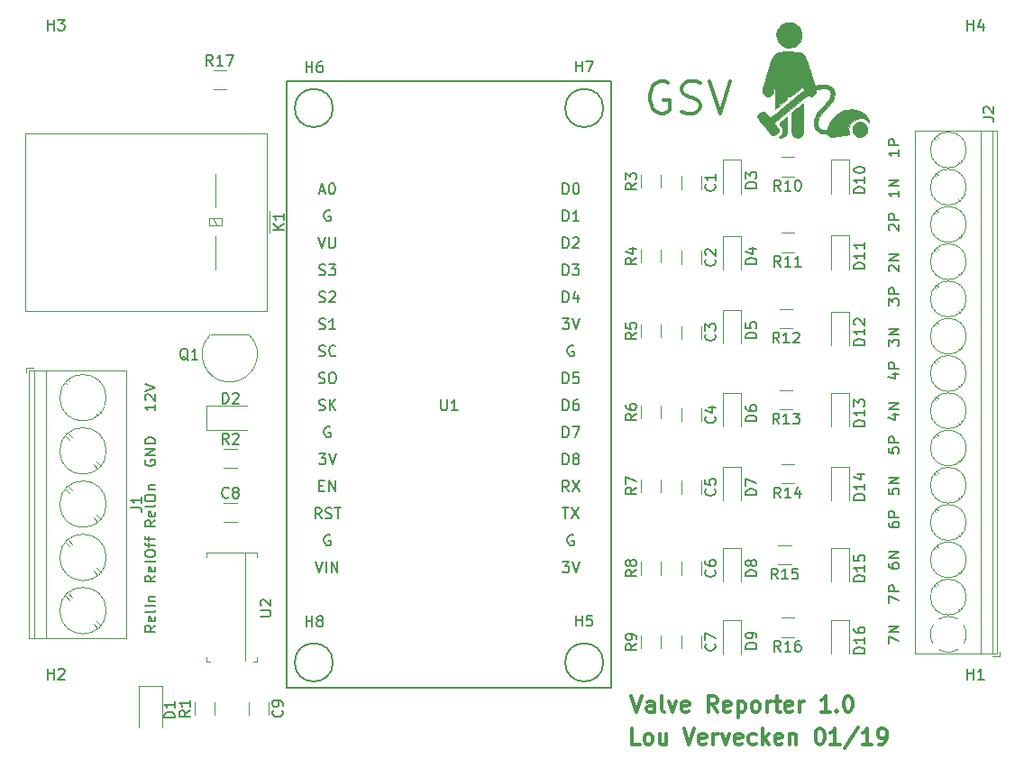
<source format=gbr>
G04 #@! TF.GenerationSoftware,KiCad,Pcbnew,(5.0.2)-1*
G04 #@! TF.CreationDate,2019-01-31T12:48:04+01:00*
G04 #@! TF.ProjectId,valve_reporter,76616c76-655f-4726-9570-6f727465722e,rev?*
G04 #@! TF.SameCoordinates,Original*
G04 #@! TF.FileFunction,Legend,Top*
G04 #@! TF.FilePolarity,Positive*
%FSLAX46Y46*%
G04 Gerber Fmt 4.6, Leading zero omitted, Abs format (unit mm)*
G04 Created by KiCad (PCBNEW (5.0.2)-1) date 1/31/2019 12:48:04 PM*
%MOMM*%
%LPD*%
G01*
G04 APERTURE LIST*
%ADD10C,0.300000*%
%ADD11C,0.120000*%
%ADD12C,0.150000*%
%ADD13C,0.100000*%
%ADD14C,0.010000*%
G04 APERTURE END LIST*
D10*
X141185714Y-137330571D02*
X140471428Y-137330571D01*
X140471428Y-135830571D01*
X141900000Y-137330571D02*
X141757142Y-137259142D01*
X141685714Y-137187714D01*
X141614285Y-137044857D01*
X141614285Y-136616285D01*
X141685714Y-136473428D01*
X141757142Y-136402000D01*
X141900000Y-136330571D01*
X142114285Y-136330571D01*
X142257142Y-136402000D01*
X142328571Y-136473428D01*
X142400000Y-136616285D01*
X142400000Y-137044857D01*
X142328571Y-137187714D01*
X142257142Y-137259142D01*
X142114285Y-137330571D01*
X141900000Y-137330571D01*
X143685714Y-136330571D02*
X143685714Y-137330571D01*
X143042857Y-136330571D02*
X143042857Y-137116285D01*
X143114285Y-137259142D01*
X143257142Y-137330571D01*
X143471428Y-137330571D01*
X143614285Y-137259142D01*
X143685714Y-137187714D01*
X145328571Y-135830571D02*
X145828571Y-137330571D01*
X146328571Y-135830571D01*
X147400000Y-137259142D02*
X147257142Y-137330571D01*
X146971428Y-137330571D01*
X146828571Y-137259142D01*
X146757142Y-137116285D01*
X146757142Y-136544857D01*
X146828571Y-136402000D01*
X146971428Y-136330571D01*
X147257142Y-136330571D01*
X147400000Y-136402000D01*
X147471428Y-136544857D01*
X147471428Y-136687714D01*
X146757142Y-136830571D01*
X148114285Y-137330571D02*
X148114285Y-136330571D01*
X148114285Y-136616285D02*
X148185714Y-136473428D01*
X148257142Y-136402000D01*
X148400000Y-136330571D01*
X148542857Y-136330571D01*
X148900000Y-136330571D02*
X149257142Y-137330571D01*
X149614285Y-136330571D01*
X150757142Y-137259142D02*
X150614285Y-137330571D01*
X150328571Y-137330571D01*
X150185714Y-137259142D01*
X150114285Y-137116285D01*
X150114285Y-136544857D01*
X150185714Y-136402000D01*
X150328571Y-136330571D01*
X150614285Y-136330571D01*
X150757142Y-136402000D01*
X150828571Y-136544857D01*
X150828571Y-136687714D01*
X150114285Y-136830571D01*
X152114285Y-137259142D02*
X151971428Y-137330571D01*
X151685714Y-137330571D01*
X151542857Y-137259142D01*
X151471428Y-137187714D01*
X151400000Y-137044857D01*
X151400000Y-136616285D01*
X151471428Y-136473428D01*
X151542857Y-136402000D01*
X151685714Y-136330571D01*
X151971428Y-136330571D01*
X152114285Y-136402000D01*
X152757142Y-137330571D02*
X152757142Y-135830571D01*
X152900000Y-136759142D02*
X153328571Y-137330571D01*
X153328571Y-136330571D02*
X152757142Y-136902000D01*
X154542857Y-137259142D02*
X154400000Y-137330571D01*
X154114285Y-137330571D01*
X153971428Y-137259142D01*
X153900000Y-137116285D01*
X153900000Y-136544857D01*
X153971428Y-136402000D01*
X154114285Y-136330571D01*
X154400000Y-136330571D01*
X154542857Y-136402000D01*
X154614285Y-136544857D01*
X154614285Y-136687714D01*
X153900000Y-136830571D01*
X155257142Y-136330571D02*
X155257142Y-137330571D01*
X155257142Y-136473428D02*
X155328571Y-136402000D01*
X155471428Y-136330571D01*
X155685714Y-136330571D01*
X155828571Y-136402000D01*
X155900000Y-136544857D01*
X155900000Y-137330571D01*
X158042857Y-135830571D02*
X158185714Y-135830571D01*
X158328571Y-135902000D01*
X158400000Y-135973428D01*
X158471428Y-136116285D01*
X158542857Y-136402000D01*
X158542857Y-136759142D01*
X158471428Y-137044857D01*
X158400000Y-137187714D01*
X158328571Y-137259142D01*
X158185714Y-137330571D01*
X158042857Y-137330571D01*
X157900000Y-137259142D01*
X157828571Y-137187714D01*
X157757142Y-137044857D01*
X157685714Y-136759142D01*
X157685714Y-136402000D01*
X157757142Y-136116285D01*
X157828571Y-135973428D01*
X157900000Y-135902000D01*
X158042857Y-135830571D01*
X159971428Y-137330571D02*
X159114285Y-137330571D01*
X159542857Y-137330571D02*
X159542857Y-135830571D01*
X159400000Y-136044857D01*
X159257142Y-136187714D01*
X159114285Y-136259142D01*
X161685714Y-135759142D02*
X160400000Y-137687714D01*
X162971428Y-137330571D02*
X162114285Y-137330571D01*
X162542857Y-137330571D02*
X162542857Y-135830571D01*
X162400000Y-136044857D01*
X162257142Y-136187714D01*
X162114285Y-136259142D01*
X163685714Y-137330571D02*
X163971428Y-137330571D01*
X164114285Y-137259142D01*
X164185714Y-137187714D01*
X164328571Y-136973428D01*
X164400000Y-136687714D01*
X164400000Y-136116285D01*
X164328571Y-135973428D01*
X164257142Y-135902000D01*
X164114285Y-135830571D01*
X163828571Y-135830571D01*
X163685714Y-135902000D01*
X163614285Y-135973428D01*
X163542857Y-136116285D01*
X163542857Y-136473428D01*
X163614285Y-136616285D01*
X163685714Y-136687714D01*
X163828571Y-136759142D01*
X164114285Y-136759142D01*
X164257142Y-136687714D01*
X164328571Y-136616285D01*
X164400000Y-136473428D01*
X140411714Y-132782571D02*
X140911714Y-134282571D01*
X141411714Y-132782571D01*
X142554571Y-134282571D02*
X142554571Y-133496857D01*
X142483142Y-133354000D01*
X142340285Y-133282571D01*
X142054571Y-133282571D01*
X141911714Y-133354000D01*
X142554571Y-134211142D02*
X142411714Y-134282571D01*
X142054571Y-134282571D01*
X141911714Y-134211142D01*
X141840285Y-134068285D01*
X141840285Y-133925428D01*
X141911714Y-133782571D01*
X142054571Y-133711142D01*
X142411714Y-133711142D01*
X142554571Y-133639714D01*
X143483142Y-134282571D02*
X143340285Y-134211142D01*
X143268857Y-134068285D01*
X143268857Y-132782571D01*
X143911714Y-133282571D02*
X144268857Y-134282571D01*
X144626000Y-133282571D01*
X145768857Y-134211142D02*
X145626000Y-134282571D01*
X145340285Y-134282571D01*
X145197428Y-134211142D01*
X145126000Y-134068285D01*
X145126000Y-133496857D01*
X145197428Y-133354000D01*
X145340285Y-133282571D01*
X145626000Y-133282571D01*
X145768857Y-133354000D01*
X145840285Y-133496857D01*
X145840285Y-133639714D01*
X145126000Y-133782571D01*
X148483142Y-134282571D02*
X147983142Y-133568285D01*
X147626000Y-134282571D02*
X147626000Y-132782571D01*
X148197428Y-132782571D01*
X148340285Y-132854000D01*
X148411714Y-132925428D01*
X148483142Y-133068285D01*
X148483142Y-133282571D01*
X148411714Y-133425428D01*
X148340285Y-133496857D01*
X148197428Y-133568285D01*
X147626000Y-133568285D01*
X149697428Y-134211142D02*
X149554571Y-134282571D01*
X149268857Y-134282571D01*
X149126000Y-134211142D01*
X149054571Y-134068285D01*
X149054571Y-133496857D01*
X149126000Y-133354000D01*
X149268857Y-133282571D01*
X149554571Y-133282571D01*
X149697428Y-133354000D01*
X149768857Y-133496857D01*
X149768857Y-133639714D01*
X149054571Y-133782571D01*
X150411714Y-133282571D02*
X150411714Y-134782571D01*
X150411714Y-133354000D02*
X150554571Y-133282571D01*
X150840285Y-133282571D01*
X150983142Y-133354000D01*
X151054571Y-133425428D01*
X151126000Y-133568285D01*
X151126000Y-133996857D01*
X151054571Y-134139714D01*
X150983142Y-134211142D01*
X150840285Y-134282571D01*
X150554571Y-134282571D01*
X150411714Y-134211142D01*
X151983142Y-134282571D02*
X151840285Y-134211142D01*
X151768857Y-134139714D01*
X151697428Y-133996857D01*
X151697428Y-133568285D01*
X151768857Y-133425428D01*
X151840285Y-133354000D01*
X151983142Y-133282571D01*
X152197428Y-133282571D01*
X152340285Y-133354000D01*
X152411714Y-133425428D01*
X152483142Y-133568285D01*
X152483142Y-133996857D01*
X152411714Y-134139714D01*
X152340285Y-134211142D01*
X152197428Y-134282571D01*
X151983142Y-134282571D01*
X153126000Y-134282571D02*
X153126000Y-133282571D01*
X153126000Y-133568285D02*
X153197428Y-133425428D01*
X153268857Y-133354000D01*
X153411714Y-133282571D01*
X153554571Y-133282571D01*
X153840285Y-133282571D02*
X154411714Y-133282571D01*
X154054571Y-132782571D02*
X154054571Y-134068285D01*
X154126000Y-134211142D01*
X154268857Y-134282571D01*
X154411714Y-134282571D01*
X155483142Y-134211142D02*
X155340285Y-134282571D01*
X155054571Y-134282571D01*
X154911714Y-134211142D01*
X154840285Y-134068285D01*
X154840285Y-133496857D01*
X154911714Y-133354000D01*
X155054571Y-133282571D01*
X155340285Y-133282571D01*
X155483142Y-133354000D01*
X155554571Y-133496857D01*
X155554571Y-133639714D01*
X154840285Y-133782571D01*
X156197428Y-134282571D02*
X156197428Y-133282571D01*
X156197428Y-133568285D02*
X156268857Y-133425428D01*
X156340285Y-133354000D01*
X156483142Y-133282571D01*
X156626000Y-133282571D01*
X159054571Y-134282571D02*
X158197428Y-134282571D01*
X158626000Y-134282571D02*
X158626000Y-132782571D01*
X158483142Y-132996857D01*
X158340285Y-133139714D01*
X158197428Y-133211142D01*
X159697428Y-134139714D02*
X159768857Y-134211142D01*
X159697428Y-134282571D01*
X159626000Y-134211142D01*
X159697428Y-134139714D01*
X159697428Y-134282571D01*
X160697428Y-132782571D02*
X160840285Y-132782571D01*
X160983142Y-132854000D01*
X161054571Y-132925428D01*
X161126000Y-133068285D01*
X161197428Y-133354000D01*
X161197428Y-133711142D01*
X161126000Y-133996857D01*
X161054571Y-134139714D01*
X160983142Y-134211142D01*
X160840285Y-134282571D01*
X160697428Y-134282571D01*
X160554571Y-134211142D01*
X160483142Y-134139714D01*
X160411714Y-133996857D01*
X160340285Y-133711142D01*
X160340285Y-133354000D01*
X160411714Y-133068285D01*
X160483142Y-132925428D01*
X160554571Y-132854000D01*
X160697428Y-132782571D01*
X143867428Y-75208000D02*
X143581714Y-75065142D01*
X143153142Y-75065142D01*
X142724571Y-75208000D01*
X142438857Y-75493714D01*
X142296000Y-75779428D01*
X142153142Y-76350857D01*
X142153142Y-76779428D01*
X142296000Y-77350857D01*
X142438857Y-77636571D01*
X142724571Y-77922285D01*
X143153142Y-78065142D01*
X143438857Y-78065142D01*
X143867428Y-77922285D01*
X144010285Y-77779428D01*
X144010285Y-76779428D01*
X143438857Y-76779428D01*
X145153142Y-77922285D02*
X145581714Y-78065142D01*
X146296000Y-78065142D01*
X146581714Y-77922285D01*
X146724571Y-77779428D01*
X146867428Y-77493714D01*
X146867428Y-77208000D01*
X146724571Y-76922285D01*
X146581714Y-76779428D01*
X146296000Y-76636571D01*
X145724571Y-76493714D01*
X145438857Y-76350857D01*
X145296000Y-76208000D01*
X145153142Y-75922285D01*
X145153142Y-75636571D01*
X145296000Y-75350857D01*
X145438857Y-75208000D01*
X145724571Y-75065142D01*
X146438857Y-75065142D01*
X146867428Y-75208000D01*
X147724571Y-75065142D02*
X148724571Y-78065142D01*
X149724571Y-75065142D01*
D11*
G04 #@! TO.C,D8*
X150710000Y-118900000D02*
X150710000Y-122050000D01*
X149010000Y-118900000D02*
X149010000Y-122050000D01*
X150710000Y-118900000D02*
X149010000Y-118900000D01*
G04 #@! TO.C,D6*
X150710000Y-104350000D02*
X149010000Y-104350000D01*
X149010000Y-104350000D02*
X149010000Y-107500000D01*
X150710000Y-104350000D02*
X150710000Y-107500000D01*
G04 #@! TO.C,D4*
X150710000Y-89570000D02*
X150710000Y-92720000D01*
X149010000Y-89570000D02*
X149010000Y-92720000D01*
X150710000Y-89570000D02*
X149010000Y-89570000D01*
G04 #@! TO.C,D5*
X150710000Y-96560000D02*
X149010000Y-96560000D01*
X149010000Y-96560000D02*
X149010000Y-99710000D01*
X150710000Y-96560000D02*
X150710000Y-99710000D01*
G04 #@! TO.C,D7*
X150710000Y-111280000D02*
X150710000Y-114430000D01*
X149010000Y-111280000D02*
X149010000Y-114430000D01*
X150710000Y-111280000D02*
X149010000Y-111280000D01*
G04 #@! TO.C,D9*
X150710000Y-125700000D02*
X149010000Y-125700000D01*
X149010000Y-125700000D02*
X149010000Y-128850000D01*
X150710000Y-125700000D02*
X150710000Y-128850000D01*
G04 #@! TO.C,D3*
X150710000Y-82440000D02*
X150710000Y-85590000D01*
X149010000Y-82440000D02*
X149010000Y-85590000D01*
X150710000Y-82440000D02*
X149010000Y-82440000D01*
G04 #@! TO.C,J2*
X171604721Y-126109736D02*
G75*
G02X171860000Y-127000000I-1424721J-890264D01*
G01*
X169289807Y-125574495D02*
G75*
G02X171071000Y-125575000I890193J-1425505D01*
G01*
X168754642Y-127889894D02*
G75*
G02X168740000Y-126134000I1425358J889894D01*
G01*
X171069894Y-128425358D02*
G75*
G02X169314000Y-128440000I-889894J1425358D01*
G01*
X171860099Y-126971326D02*
G75*
G02X171620000Y-127866000I-1680099J-28674D01*
G01*
X171860000Y-123500000D02*
G75*
G03X171860000Y-123500000I-1680000J0D01*
G01*
X171860000Y-120000000D02*
G75*
G03X171860000Y-120000000I-1680000J0D01*
G01*
X171860000Y-116500000D02*
G75*
G03X171860000Y-116500000I-1680000J0D01*
G01*
X171860000Y-113000000D02*
G75*
G03X171860000Y-113000000I-1680000J0D01*
G01*
X171860000Y-109500000D02*
G75*
G03X171860000Y-109500000I-1680000J0D01*
G01*
X171860000Y-106000000D02*
G75*
G03X171860000Y-106000000I-1680000J0D01*
G01*
X171860000Y-102500000D02*
G75*
G03X171860000Y-102500000I-1680000J0D01*
G01*
X171860000Y-99000000D02*
G75*
G03X171860000Y-99000000I-1680000J0D01*
G01*
X171860000Y-95500000D02*
G75*
G03X171860000Y-95500000I-1680000J0D01*
G01*
X171860000Y-92000000D02*
G75*
G03X171860000Y-92000000I-1680000J0D01*
G01*
X171860000Y-88500000D02*
G75*
G03X171860000Y-88500000I-1680000J0D01*
G01*
X171860000Y-85000000D02*
G75*
G03X171860000Y-85000000I-1680000J0D01*
G01*
X171860000Y-81500000D02*
G75*
G03X171860000Y-81500000I-1680000J0D01*
G01*
X174280000Y-128810000D02*
X174280000Y-79690000D01*
X173180000Y-128810000D02*
X173180000Y-79690000D01*
X167020000Y-128810000D02*
X167020000Y-79690000D01*
X174740000Y-128810000D02*
X174740000Y-79690000D01*
X167020000Y-128810000D02*
X174740000Y-128810000D01*
X167020000Y-79690000D02*
X174740000Y-79690000D01*
X169111000Y-122225000D02*
X169239000Y-122354000D01*
X171361000Y-124475000D02*
X171454000Y-124569000D01*
X168905000Y-122430000D02*
X168999000Y-122524000D01*
X171121000Y-124645000D02*
X171249000Y-124774000D01*
X169111000Y-118725000D02*
X169239000Y-118854000D01*
X171361000Y-120975000D02*
X171454000Y-121069000D01*
X168905000Y-118930000D02*
X168999000Y-119024000D01*
X171121000Y-121145000D02*
X171249000Y-121274000D01*
X169111000Y-115225000D02*
X169239000Y-115354000D01*
X171361000Y-117475000D02*
X171454000Y-117569000D01*
X168905000Y-115430000D02*
X168999000Y-115524000D01*
X171121000Y-117645000D02*
X171249000Y-117774000D01*
X169111000Y-111725000D02*
X169239000Y-111854000D01*
X171361000Y-113975000D02*
X171454000Y-114069000D01*
X168905000Y-111930000D02*
X168999000Y-112024000D01*
X171121000Y-114145000D02*
X171249000Y-114274000D01*
X169111000Y-108225000D02*
X169239000Y-108354000D01*
X171361000Y-110475000D02*
X171454000Y-110569000D01*
X168905000Y-108430000D02*
X168999000Y-108524000D01*
X171121000Y-110645000D02*
X171249000Y-110774000D01*
X169111000Y-104725000D02*
X169239000Y-104854000D01*
X171361000Y-106975000D02*
X171454000Y-107069000D01*
X168905000Y-104930000D02*
X168999000Y-105024000D01*
X171121000Y-107145000D02*
X171249000Y-107274000D01*
X169111000Y-101225000D02*
X169239000Y-101354000D01*
X171361000Y-103475000D02*
X171454000Y-103569000D01*
X168905000Y-101430000D02*
X168999000Y-101524000D01*
X171121000Y-103645000D02*
X171249000Y-103774000D01*
X169111000Y-97725000D02*
X169239000Y-97854000D01*
X171361000Y-99975000D02*
X171454000Y-100069000D01*
X168905000Y-97930000D02*
X168999000Y-98024000D01*
X171121000Y-100145000D02*
X171249000Y-100274000D01*
X169111000Y-94225000D02*
X169239000Y-94354000D01*
X171361000Y-96475000D02*
X171454000Y-96569000D01*
X168905000Y-94430000D02*
X168999000Y-94524000D01*
X171121000Y-96645000D02*
X171249000Y-96774000D01*
X169111000Y-90725000D02*
X169239000Y-90854000D01*
X171361000Y-92975000D02*
X171454000Y-93069000D01*
X168905000Y-90930000D02*
X168999000Y-91024000D01*
X171121000Y-93145000D02*
X171249000Y-93274000D01*
X169111000Y-87225000D02*
X169239000Y-87354000D01*
X171361000Y-89475000D02*
X171454000Y-89569000D01*
X168905000Y-87430000D02*
X168999000Y-87524000D01*
X171121000Y-89645000D02*
X171249000Y-89774000D01*
X169111000Y-83725000D02*
X169239000Y-83854000D01*
X171361000Y-85975000D02*
X171454000Y-86069000D01*
X168905000Y-83930000D02*
X168999000Y-84024000D01*
X171121000Y-86145000D02*
X171249000Y-86274000D01*
X169111000Y-80225000D02*
X169239000Y-80354000D01*
X171361000Y-82475000D02*
X171454000Y-82569000D01*
X168905000Y-80430000D02*
X168999000Y-80524000D01*
X171121000Y-82645000D02*
X171249000Y-82774000D01*
X174340000Y-129050000D02*
X174980000Y-129050000D01*
X174980000Y-129050000D02*
X174980000Y-128650000D01*
G04 #@! TO.C,J1*
X91080000Y-104775000D02*
G75*
G03X91080000Y-104775000I-2180000J0D01*
G01*
X91080000Y-109775000D02*
G75*
G03X91080000Y-109775000I-2180000J0D01*
G01*
X91080000Y-114775000D02*
G75*
G03X91080000Y-114775000I-2180000J0D01*
G01*
X91080000Y-119775000D02*
G75*
G03X91080000Y-119775000I-2180000J0D01*
G01*
X91080000Y-124775000D02*
G75*
G03X91080000Y-124775000I-2180000J0D01*
G01*
X84300000Y-102215000D02*
X84300000Y-127335000D01*
X85400000Y-102215000D02*
X85400000Y-127335000D01*
X92960000Y-102215000D02*
X92960000Y-127335000D01*
X83840000Y-102215000D02*
X83840000Y-127335000D01*
X92960000Y-102215000D02*
X83840000Y-102215000D01*
X92960000Y-127335000D02*
X83840000Y-127335000D01*
X90288000Y-106429000D02*
X90181000Y-106322000D01*
X87353000Y-103493000D02*
X87246000Y-103387000D01*
X90554000Y-106163000D02*
X90447000Y-106056000D01*
X87619000Y-103227000D02*
X87512000Y-103121000D01*
X90288000Y-111429000D02*
X89892000Y-111034000D01*
X87626000Y-108768000D02*
X87246000Y-108388000D01*
X90554000Y-111163000D02*
X90174000Y-110783000D01*
X87908000Y-108517000D02*
X87512000Y-108122000D01*
X90288000Y-116429000D02*
X89892000Y-116034000D01*
X87626000Y-113768000D02*
X87246000Y-113388000D01*
X90554000Y-116163000D02*
X90174000Y-115783000D01*
X87908000Y-113517000D02*
X87512000Y-113122000D01*
X90288000Y-121429000D02*
X89892000Y-121034000D01*
X87626000Y-118768000D02*
X87246000Y-118388000D01*
X90554000Y-121163000D02*
X90174000Y-120783000D01*
X87908000Y-118517000D02*
X87512000Y-118122000D01*
X90288000Y-126429000D02*
X89892000Y-126034000D01*
X87626000Y-123768000D02*
X87246000Y-123388000D01*
X90554000Y-126163000D02*
X90174000Y-125783000D01*
X87908000Y-123517000D02*
X87512000Y-123122000D01*
X84240000Y-101975000D02*
X83600000Y-101975000D01*
X83600000Y-101975000D02*
X83600000Y-102375000D01*
G04 #@! TO.C,C1*
X146960000Y-83955436D02*
X146960000Y-85159564D01*
X145140000Y-83955436D02*
X145140000Y-85159564D01*
G04 #@! TO.C,C2*
X145140000Y-90997936D02*
X145140000Y-92202064D01*
X146960000Y-90997936D02*
X146960000Y-92202064D01*
G04 #@! TO.C,C3*
X146960000Y-98027936D02*
X146960000Y-99232064D01*
X145140000Y-98027936D02*
X145140000Y-99232064D01*
G04 #@! TO.C,C4*
X145140000Y-105777936D02*
X145140000Y-106982064D01*
X146960000Y-105777936D02*
X146960000Y-106982064D01*
G04 #@! TO.C,C5*
X145140000Y-112577936D02*
X145140000Y-113782064D01*
X146960000Y-112577936D02*
X146960000Y-113782064D01*
G04 #@! TO.C,C6*
X146960000Y-120197936D02*
X146960000Y-121402064D01*
X145140000Y-120197936D02*
X145140000Y-121402064D01*
G04 #@! TO.C,C7*
X146960000Y-127127936D02*
X146960000Y-128332064D01*
X145140000Y-127127936D02*
X145140000Y-128332064D01*
G04 #@! TO.C,C8*
X102137936Y-116480000D02*
X103342064Y-116480000D01*
X102137936Y-114660000D02*
X103342064Y-114660000D01*
G04 #@! TO.C,C9*
X106320000Y-133382936D02*
X106320000Y-134587064D01*
X104500000Y-133382936D02*
X104500000Y-134587064D01*
G04 #@! TO.C,D1*
X96385000Y-135715000D02*
X96385000Y-131830000D01*
X96385000Y-131830000D02*
X94115000Y-131830000D01*
X94115000Y-131830000D02*
X94115000Y-135715000D01*
G04 #@! TO.C,D2*
X104340000Y-105545000D02*
X100455000Y-105545000D01*
X100455000Y-105545000D02*
X100455000Y-107815000D01*
X100455000Y-107815000D02*
X104340000Y-107815000D01*
G04 #@! TO.C,D10*
X160870000Y-82440000D02*
X160870000Y-85590000D01*
X159170000Y-82440000D02*
X159170000Y-85590000D01*
X160870000Y-82440000D02*
X159170000Y-82440000D01*
G04 #@! TO.C,D11*
X160870000Y-89550000D02*
X159170000Y-89550000D01*
X159170000Y-89550000D02*
X159170000Y-92700000D01*
X160870000Y-89550000D02*
X160870000Y-92700000D01*
G04 #@! TO.C,D12*
X160870000Y-96710000D02*
X159170000Y-96710000D01*
X159170000Y-96710000D02*
X159170000Y-99860000D01*
X160870000Y-96710000D02*
X160870000Y-99860000D01*
G04 #@! TO.C,D13*
X160870000Y-104330000D02*
X159170000Y-104330000D01*
X159170000Y-104330000D02*
X159170000Y-107480000D01*
X160870000Y-104330000D02*
X160870000Y-107480000D01*
G04 #@! TO.C,D14*
X160870000Y-111260000D02*
X160870000Y-114410000D01*
X159170000Y-111260000D02*
X159170000Y-114410000D01*
X160870000Y-111260000D02*
X159170000Y-111260000D01*
G04 #@! TO.C,D15*
X160870000Y-118900000D02*
X160870000Y-122050000D01*
X159170000Y-118900000D02*
X159170000Y-122050000D01*
X160870000Y-118900000D02*
X159170000Y-118900000D01*
G04 #@! TO.C,D16*
X160870000Y-125680000D02*
X159170000Y-125680000D01*
X159170000Y-125680000D02*
X159170000Y-128830000D01*
X160870000Y-125680000D02*
X160870000Y-128830000D01*
G04 #@! TO.C,K1*
X83455000Y-96615000D02*
X106155000Y-96615000D01*
X106155000Y-96615000D02*
X106155000Y-79915000D01*
X106155000Y-79915000D02*
X83455000Y-79915000D01*
X83455000Y-79915000D02*
X83455000Y-96615000D01*
X101105000Y-87915000D02*
X101505000Y-88615000D01*
X100705000Y-88615000D02*
X101905000Y-88615000D01*
X101905000Y-88615000D02*
X101905000Y-87915000D01*
X101905000Y-87915000D02*
X100705000Y-87915000D01*
X100705000Y-87915000D02*
X100705000Y-88615000D01*
X106415000Y-87265000D02*
X106415000Y-89265000D01*
X101305000Y-83765000D02*
X101305000Y-86915000D01*
X101305000Y-89615000D02*
X101305000Y-92765000D01*
G04 #@! TO.C,Q1*
X104479500Y-98861000D02*
X100879500Y-98861000D01*
X104517978Y-98872522D02*
G75*
G02X102679500Y-103311000I-1838478J-1838478D01*
G01*
X100841022Y-98872522D02*
G75*
G03X102679500Y-103311000I1838478J-1838478D01*
G01*
G04 #@! TO.C,R1*
X99420000Y-134587064D02*
X99420000Y-133382936D01*
X101240000Y-134587064D02*
X101240000Y-133382936D01*
G04 #@! TO.C,R2*
X102137936Y-109580000D02*
X103342064Y-109580000D01*
X102137936Y-111400000D02*
X103342064Y-111400000D01*
G04 #@! TO.C,R3*
X143150000Y-85072064D02*
X143150000Y-83867936D01*
X141330000Y-85072064D02*
X141330000Y-83867936D01*
G04 #@! TO.C,R4*
X143150000Y-92072064D02*
X143150000Y-90867936D01*
X141330000Y-92072064D02*
X141330000Y-90867936D01*
G04 #@! TO.C,R5*
X143150000Y-99102064D02*
X143150000Y-97897936D01*
X141330000Y-99102064D02*
X141330000Y-97897936D01*
G04 #@! TO.C,R6*
X141330000Y-106722064D02*
X141330000Y-105517936D01*
X143150000Y-106722064D02*
X143150000Y-105517936D01*
G04 #@! TO.C,R7*
X141330000Y-113652064D02*
X141330000Y-112447936D01*
X143150000Y-113652064D02*
X143150000Y-112447936D01*
G04 #@! TO.C,R8*
X141330000Y-121402064D02*
X141330000Y-120197936D01*
X143150000Y-121402064D02*
X143150000Y-120197936D01*
G04 #@! TO.C,R9*
X143150000Y-128332064D02*
X143150000Y-127127936D01*
X141330000Y-128332064D02*
X141330000Y-127127936D01*
G04 #@! TO.C,R10*
X155672064Y-83980000D02*
X154467936Y-83980000D01*
X155672064Y-82160000D02*
X154467936Y-82160000D01*
G04 #@! TO.C,R11*
X155672064Y-91110000D02*
X154467936Y-91110000D01*
X155672064Y-89290000D02*
X154467936Y-89290000D01*
G04 #@! TO.C,R12*
X155542064Y-98270000D02*
X154337936Y-98270000D01*
X155542064Y-96450000D02*
X154337936Y-96450000D01*
G04 #@! TO.C,R13*
X155542064Y-104070000D02*
X154337936Y-104070000D01*
X155542064Y-105890000D02*
X154337936Y-105890000D01*
G04 #@! TO.C,R14*
X155672064Y-111000000D02*
X154467936Y-111000000D01*
X155672064Y-112820000D02*
X154467936Y-112820000D01*
G04 #@! TO.C,R15*
X155412064Y-120440000D02*
X154207936Y-120440000D01*
X155412064Y-118620000D02*
X154207936Y-118620000D01*
G04 #@! TO.C,R16*
X155672064Y-125420000D02*
X154467936Y-125420000D01*
X155672064Y-127240000D02*
X154467936Y-127240000D01*
G04 #@! TO.C,R17*
X101127936Y-75840000D02*
X102332064Y-75840000D01*
X101127936Y-74020000D02*
X102332064Y-74020000D01*
D12*
G04 #@! TO.C,U1*
X137771052Y-129635001D02*
G75*
G03X137771052Y-129635001I-1796051J0D01*
G01*
X112371052Y-129635001D02*
G75*
G03X112371052Y-129635001I-1796051J0D01*
G01*
X112371052Y-77565001D02*
G75*
G03X112371052Y-77565001I-1796051J0D01*
G01*
X137771052Y-77565001D02*
G75*
G03X137771052Y-77565001I-1796051J0D01*
G01*
X138525001Y-75005001D02*
X108525001Y-75005001D01*
X108525001Y-75005001D02*
X108025001Y-75005001D01*
X108025001Y-75005001D02*
X108025001Y-132005001D01*
X108025001Y-132005001D02*
X138525001Y-132005001D01*
X138525001Y-132005001D02*
X138525001Y-75005001D01*
D13*
G04 #@! TO.C,U2*
X104160000Y-119360000D02*
X104160000Y-129460000D01*
X100470000Y-129560000D02*
X100870000Y-129560000D01*
X100470000Y-129560000D02*
X100470000Y-129160000D01*
X100470000Y-119360000D02*
X104870000Y-119360000D01*
X100470000Y-119360000D02*
X100470000Y-119760000D01*
X105270000Y-119360000D02*
X104870000Y-119360000D01*
X105270000Y-119360000D02*
X105270000Y-119760000D01*
X105270000Y-129160000D02*
X105270000Y-129560000D01*
X105270000Y-129560000D02*
X104870000Y-129560000D01*
D14*
G04 #@! TO.C,G\002A\002A\002A*
G36*
X155481386Y-69547781D02*
X155746118Y-69641643D01*
X155978832Y-69792984D01*
X156170528Y-69992790D01*
X156312203Y-70232049D01*
X156394858Y-70501746D01*
X156409491Y-70792869D01*
X156364003Y-71042688D01*
X156252542Y-71291128D01*
X156077599Y-71520033D01*
X155860222Y-71705063D01*
X155724780Y-71781857D01*
X155497508Y-71853935D01*
X155239076Y-71882920D01*
X154982940Y-71868089D01*
X154762557Y-71808716D01*
X154749500Y-71802949D01*
X154485833Y-71642504D01*
X154283676Y-71437619D01*
X154142282Y-71199989D01*
X154060906Y-70941312D01*
X154038804Y-70673283D01*
X154075230Y-70407600D01*
X154169438Y-70155958D01*
X154320684Y-69930053D01*
X154528222Y-69741582D01*
X154791308Y-69602241D01*
X154891871Y-69568544D01*
X155193637Y-69520410D01*
X155481386Y-69547781D01*
X155481386Y-69547781D01*
G37*
X155481386Y-69547781D02*
X155746118Y-69641643D01*
X155978832Y-69792984D01*
X156170528Y-69992790D01*
X156312203Y-70232049D01*
X156394858Y-70501746D01*
X156409491Y-70792869D01*
X156364003Y-71042688D01*
X156252542Y-71291128D01*
X156077599Y-71520033D01*
X155860222Y-71705063D01*
X155724780Y-71781857D01*
X155497508Y-71853935D01*
X155239076Y-71882920D01*
X154982940Y-71868089D01*
X154762557Y-71808716D01*
X154749500Y-71802949D01*
X154485833Y-71642504D01*
X154283676Y-71437619D01*
X154142282Y-71199989D01*
X154060906Y-70941312D01*
X154038804Y-70673283D01*
X154075230Y-70407600D01*
X154169438Y-70155958D01*
X154320684Y-69930053D01*
X154528222Y-69741582D01*
X154791308Y-69602241D01*
X154891871Y-69568544D01*
X155193637Y-69520410D01*
X155481386Y-69547781D01*
G36*
X162150586Y-78924744D02*
X162318796Y-79034921D01*
X162462893Y-79203420D01*
X162560790Y-79403917D01*
X162565573Y-79419241D01*
X162588630Y-79634494D01*
X162536754Y-79845101D01*
X162418702Y-80033594D01*
X162243229Y-80182501D01*
X162161161Y-80226055D01*
X161964836Y-80290764D01*
X161778416Y-80291404D01*
X161654250Y-80262373D01*
X161500336Y-80182457D01*
X161352272Y-80049375D01*
X161239727Y-79891210D01*
X161221286Y-79852610D01*
X161167685Y-79633089D01*
X161187352Y-79421513D01*
X161268958Y-79229196D01*
X161401173Y-79067452D01*
X161572665Y-78947591D01*
X161772105Y-78880929D01*
X161988161Y-78878777D01*
X162150586Y-78924744D01*
X162150586Y-78924744D01*
G37*
X162150586Y-78924744D02*
X162318796Y-79034921D01*
X162462893Y-79203420D01*
X162560790Y-79403917D01*
X162565573Y-79419241D01*
X162588630Y-79634494D01*
X162536754Y-79845101D01*
X162418702Y-80033594D01*
X162243229Y-80182501D01*
X162161161Y-80226055D01*
X161964836Y-80290764D01*
X161778416Y-80291404D01*
X161654250Y-80262373D01*
X161500336Y-80182457D01*
X161352272Y-80049375D01*
X161239727Y-79891210D01*
X161221286Y-79852610D01*
X161167685Y-79633089D01*
X161187352Y-79421513D01*
X161268958Y-79229196D01*
X161401173Y-79067452D01*
X161572665Y-78947591D01*
X161772105Y-78880929D01*
X161988161Y-78878777D01*
X162150586Y-78924744D01*
G36*
X155814579Y-72288583D02*
X156039970Y-72304391D01*
X156225793Y-72338411D01*
X156379528Y-72397502D01*
X156508655Y-72488523D01*
X156620656Y-72618333D01*
X156723010Y-72793791D01*
X156823198Y-73021756D01*
X156928701Y-73309087D01*
X157046999Y-73662643D01*
X157185574Y-74089282D01*
X157186292Y-74091494D01*
X157290187Y-74410633D01*
X157386056Y-74703841D01*
X157470707Y-74961451D01*
X157540945Y-75173792D01*
X157593575Y-75331195D01*
X157625405Y-75423992D01*
X157633424Y-75445079D01*
X157680444Y-75452723D01*
X157776834Y-75436736D01*
X157808416Y-75428435D01*
X157961938Y-75401378D01*
X158169347Y-75386289D01*
X158400992Y-75383090D01*
X158627222Y-75391701D01*
X158818384Y-75412043D01*
X158909306Y-75431377D01*
X159099373Y-75517725D01*
X159276160Y-75651905D01*
X159411449Y-75810139D01*
X159454806Y-75891062D01*
X159512760Y-76108721D01*
X159507653Y-76339997D01*
X159437339Y-76589707D01*
X159299674Y-76862666D01*
X159092510Y-77163689D01*
X158813702Y-77497590D01*
X158668637Y-77655252D01*
X158412504Y-77936082D01*
X158216166Y-78174451D01*
X158073368Y-78380873D01*
X157977857Y-78565857D01*
X157923378Y-78739916D01*
X157903676Y-78913560D01*
X157903334Y-78941447D01*
X157930000Y-79190976D01*
X158012928Y-79379322D01*
X158156510Y-79511171D01*
X158365136Y-79591209D01*
X158537011Y-79617608D01*
X158783205Y-79639932D01*
X158812737Y-79496883D01*
X158845412Y-79390461D01*
X158905175Y-79238259D01*
X158980287Y-79069738D01*
X158996280Y-79036334D01*
X159153309Y-78772864D01*
X159363452Y-78506365D01*
X159606380Y-78257689D01*
X159861765Y-78047687D01*
X160104667Y-77899438D01*
X160444833Y-77771717D01*
X160796887Y-77707309D01*
X161149946Y-77702448D01*
X161493131Y-77753365D01*
X161815558Y-77856296D01*
X162106347Y-78007472D01*
X162354616Y-78203126D01*
X162549485Y-78439493D01*
X162680070Y-78712806D01*
X162704606Y-78799450D01*
X162734226Y-78922400D01*
X162576109Y-78783571D01*
X162352209Y-78625401D01*
X162114966Y-78541007D01*
X161882667Y-78519867D01*
X161595775Y-78557861D01*
X161339901Y-78664358D01*
X161123995Y-78828134D01*
X160957010Y-79037960D01*
X160847896Y-79282613D01*
X160805605Y-79550864D01*
X160838531Y-79829364D01*
X160896224Y-80050894D01*
X160765029Y-80073200D01*
X160649394Y-80091800D01*
X160480963Y-80117532D01*
X160275761Y-80148091D01*
X160049813Y-80181174D01*
X159819147Y-80214474D01*
X159599786Y-80245686D01*
X159407759Y-80272504D01*
X159259089Y-80292625D01*
X159169803Y-80303742D01*
X159152167Y-80305200D01*
X159088931Y-80283741D01*
X158996634Y-80233854D01*
X158900441Y-80152852D01*
X158840896Y-80070266D01*
X158810232Y-80022740D01*
X158758340Y-79992899D01*
X158665794Y-79975198D01*
X158513166Y-79964089D01*
X158460100Y-79961544D01*
X158277195Y-79949201D01*
X158149431Y-79926780D01*
X158047302Y-79886179D01*
X157941307Y-79819298D01*
X157940818Y-79818954D01*
X157746098Y-79637155D01*
X157617625Y-79409527D01*
X157552871Y-79130548D01*
X157543500Y-78950601D01*
X157557904Y-78728434D01*
X157605420Y-78518792D01*
X157692507Y-78309877D01*
X157825623Y-78089892D01*
X158011225Y-77847040D01*
X158255773Y-77569523D01*
X158360926Y-77457340D01*
X158624087Y-77169980D01*
X158825744Y-76925010D01*
X158971559Y-76713272D01*
X159067196Y-76525609D01*
X159118317Y-76352863D01*
X159131000Y-76212037D01*
X159120334Y-76064317D01*
X159081495Y-75967487D01*
X159035750Y-75916260D01*
X158883740Y-75816814D01*
X158685309Y-75758821D01*
X158428568Y-75739712D01*
X158245895Y-75745578D01*
X158029910Y-75761246D01*
X157884716Y-75781019D01*
X157796459Y-75810978D01*
X157751285Y-75857200D01*
X157735340Y-75925766D01*
X157734000Y-75970223D01*
X157695310Y-76136830D01*
X157592331Y-76279445D01*
X157444697Y-76385256D01*
X157272046Y-76441453D01*
X157094012Y-76435224D01*
X157044565Y-76420057D01*
X157014398Y-76410816D01*
X156981707Y-76409279D01*
X156940568Y-76419761D01*
X156885057Y-76446576D01*
X156809249Y-76494038D01*
X156707219Y-76566461D01*
X156573043Y-76668159D01*
X156400796Y-76803445D01*
X156184553Y-76976634D01*
X155918390Y-77192040D01*
X155596383Y-77453976D01*
X155359319Y-77647159D01*
X155045811Y-77903343D01*
X154753304Y-78143587D01*
X154488188Y-78362557D01*
X154256848Y-78554920D01*
X154065673Y-78715343D01*
X153921048Y-78838493D01*
X153829363Y-78919035D01*
X153797003Y-78951637D01*
X153797000Y-78951694D01*
X153821766Y-78996613D01*
X153887947Y-79090201D01*
X153983367Y-79215579D01*
X154029598Y-79274114D01*
X154146167Y-79432143D01*
X154227066Y-79566420D01*
X154261839Y-79659257D01*
X154262431Y-79668007D01*
X154225682Y-79772103D01*
X154118413Y-79906781D01*
X154071423Y-79953757D01*
X153943593Y-80064494D01*
X153840574Y-80120954D01*
X153736918Y-80136996D01*
X153734989Y-80137000D01*
X153685489Y-80133589D01*
X153637420Y-80118034D01*
X153582783Y-80082359D01*
X153513583Y-80018583D01*
X153421822Y-79918728D01*
X153299505Y-79774815D01*
X153138635Y-79578865D01*
X152981909Y-79385584D01*
X152761833Y-79113163D01*
X152589439Y-78898326D01*
X152458930Y-78733019D01*
X152364508Y-78609188D01*
X152300375Y-78518777D01*
X152260733Y-78453734D01*
X152239786Y-78406004D01*
X152231734Y-78367533D01*
X152230667Y-78341956D01*
X152260178Y-78270916D01*
X152336935Y-78169421D01*
X152427044Y-78076209D01*
X152560377Y-77964448D01*
X152667845Y-77907880D01*
X152765170Y-77893334D01*
X152837932Y-77900638D01*
X152904678Y-77930787D01*
X152981079Y-77996139D01*
X153082807Y-78109048D01*
X153166828Y-78210008D01*
X153426739Y-78526683D01*
X153749453Y-78259806D01*
X153834598Y-78189837D01*
X153970533Y-78078678D01*
X154149045Y-77933006D01*
X154361924Y-77759496D01*
X154600959Y-77564825D01*
X154857938Y-77355668D01*
X155124651Y-77138702D01*
X155392886Y-76920603D01*
X155654434Y-76708046D01*
X155901081Y-76507708D01*
X156124619Y-76326264D01*
X156316835Y-76170391D01*
X156469518Y-76046765D01*
X156574458Y-75962061D01*
X156623444Y-75922955D01*
X156625684Y-75921275D01*
X156625527Y-75877471D01*
X156602594Y-75787943D01*
X156567688Y-75684690D01*
X156531612Y-75599712D01*
X156505411Y-75565000D01*
X156464477Y-75590580D01*
X156369594Y-75661500D01*
X156231965Y-75769031D01*
X156062795Y-75904444D01*
X155908862Y-76029785D01*
X155697257Y-76201705D01*
X155538167Y-76325901D01*
X155419921Y-76409866D01*
X155330849Y-76461091D01*
X155259280Y-76487068D01*
X155193543Y-76495287D01*
X155183417Y-76495452D01*
X155079228Y-76502089D01*
X155034632Y-76533551D01*
X155024711Y-76609537D01*
X155024667Y-76620946D01*
X155017172Y-76674049D01*
X154988578Y-76731224D01*
X154929726Y-76802123D01*
X154831453Y-76896399D01*
X154684600Y-77023704D01*
X154484917Y-77189649D01*
X153945167Y-77633739D01*
X153924000Y-76631120D01*
X153915350Y-76292914D01*
X153905356Y-76031666D01*
X153894139Y-75849208D01*
X153881818Y-75747373D01*
X153868512Y-75727993D01*
X153865686Y-75734334D01*
X153785455Y-75957686D01*
X153722711Y-76115404D01*
X153669345Y-76222560D01*
X153617251Y-76294226D01*
X153558318Y-76345471D01*
X153525144Y-76367288D01*
X153340297Y-76438368D01*
X153151268Y-76438847D01*
X152975244Y-76377811D01*
X152829411Y-76264345D01*
X152730952Y-76107536D01*
X152696958Y-75929429D01*
X152709639Y-75862231D01*
X152746019Y-75724424D01*
X152803165Y-75525768D01*
X152878145Y-75276023D01*
X152968026Y-74984950D01*
X153069875Y-74662309D01*
X153180758Y-74317860D01*
X153186697Y-74299596D01*
X153323255Y-73881604D01*
X153438155Y-73536297D01*
X153535236Y-73255625D01*
X153618334Y-73031537D01*
X153691290Y-72855982D01*
X153757940Y-72720909D01*
X153822124Y-72618268D01*
X153887679Y-72540007D01*
X153958444Y-72478076D01*
X154038258Y-72424424D01*
X154097118Y-72390000D01*
X154160530Y-72355473D01*
X154220985Y-72329410D01*
X154291053Y-72310624D01*
X154383308Y-72297922D01*
X154510320Y-72290116D01*
X154684663Y-72286014D01*
X154918909Y-72284428D01*
X155215167Y-72284167D01*
X155542138Y-72284128D01*
X155814579Y-72288583D01*
X155814579Y-72288583D01*
G37*
X155814579Y-72288583D02*
X156039970Y-72304391D01*
X156225793Y-72338411D01*
X156379528Y-72397502D01*
X156508655Y-72488523D01*
X156620656Y-72618333D01*
X156723010Y-72793791D01*
X156823198Y-73021756D01*
X156928701Y-73309087D01*
X157046999Y-73662643D01*
X157185574Y-74089282D01*
X157186292Y-74091494D01*
X157290187Y-74410633D01*
X157386056Y-74703841D01*
X157470707Y-74961451D01*
X157540945Y-75173792D01*
X157593575Y-75331195D01*
X157625405Y-75423992D01*
X157633424Y-75445079D01*
X157680444Y-75452723D01*
X157776834Y-75436736D01*
X157808416Y-75428435D01*
X157961938Y-75401378D01*
X158169347Y-75386289D01*
X158400992Y-75383090D01*
X158627222Y-75391701D01*
X158818384Y-75412043D01*
X158909306Y-75431377D01*
X159099373Y-75517725D01*
X159276160Y-75651905D01*
X159411449Y-75810139D01*
X159454806Y-75891062D01*
X159512760Y-76108721D01*
X159507653Y-76339997D01*
X159437339Y-76589707D01*
X159299674Y-76862666D01*
X159092510Y-77163689D01*
X158813702Y-77497590D01*
X158668637Y-77655252D01*
X158412504Y-77936082D01*
X158216166Y-78174451D01*
X158073368Y-78380873D01*
X157977857Y-78565857D01*
X157923378Y-78739916D01*
X157903676Y-78913560D01*
X157903334Y-78941447D01*
X157930000Y-79190976D01*
X158012928Y-79379322D01*
X158156510Y-79511171D01*
X158365136Y-79591209D01*
X158537011Y-79617608D01*
X158783205Y-79639932D01*
X158812737Y-79496883D01*
X158845412Y-79390461D01*
X158905175Y-79238259D01*
X158980287Y-79069738D01*
X158996280Y-79036334D01*
X159153309Y-78772864D01*
X159363452Y-78506365D01*
X159606380Y-78257689D01*
X159861765Y-78047687D01*
X160104667Y-77899438D01*
X160444833Y-77771717D01*
X160796887Y-77707309D01*
X161149946Y-77702448D01*
X161493131Y-77753365D01*
X161815558Y-77856296D01*
X162106347Y-78007472D01*
X162354616Y-78203126D01*
X162549485Y-78439493D01*
X162680070Y-78712806D01*
X162704606Y-78799450D01*
X162734226Y-78922400D01*
X162576109Y-78783571D01*
X162352209Y-78625401D01*
X162114966Y-78541007D01*
X161882667Y-78519867D01*
X161595775Y-78557861D01*
X161339901Y-78664358D01*
X161123995Y-78828134D01*
X160957010Y-79037960D01*
X160847896Y-79282613D01*
X160805605Y-79550864D01*
X160838531Y-79829364D01*
X160896224Y-80050894D01*
X160765029Y-80073200D01*
X160649394Y-80091800D01*
X160480963Y-80117532D01*
X160275761Y-80148091D01*
X160049813Y-80181174D01*
X159819147Y-80214474D01*
X159599786Y-80245686D01*
X159407759Y-80272504D01*
X159259089Y-80292625D01*
X159169803Y-80303742D01*
X159152167Y-80305200D01*
X159088931Y-80283741D01*
X158996634Y-80233854D01*
X158900441Y-80152852D01*
X158840896Y-80070266D01*
X158810232Y-80022740D01*
X158758340Y-79992899D01*
X158665794Y-79975198D01*
X158513166Y-79964089D01*
X158460100Y-79961544D01*
X158277195Y-79949201D01*
X158149431Y-79926780D01*
X158047302Y-79886179D01*
X157941307Y-79819298D01*
X157940818Y-79818954D01*
X157746098Y-79637155D01*
X157617625Y-79409527D01*
X157552871Y-79130548D01*
X157543500Y-78950601D01*
X157557904Y-78728434D01*
X157605420Y-78518792D01*
X157692507Y-78309877D01*
X157825623Y-78089892D01*
X158011225Y-77847040D01*
X158255773Y-77569523D01*
X158360926Y-77457340D01*
X158624087Y-77169980D01*
X158825744Y-76925010D01*
X158971559Y-76713272D01*
X159067196Y-76525609D01*
X159118317Y-76352863D01*
X159131000Y-76212037D01*
X159120334Y-76064317D01*
X159081495Y-75967487D01*
X159035750Y-75916260D01*
X158883740Y-75816814D01*
X158685309Y-75758821D01*
X158428568Y-75739712D01*
X158245895Y-75745578D01*
X158029910Y-75761246D01*
X157884716Y-75781019D01*
X157796459Y-75810978D01*
X157751285Y-75857200D01*
X157735340Y-75925766D01*
X157734000Y-75970223D01*
X157695310Y-76136830D01*
X157592331Y-76279445D01*
X157444697Y-76385256D01*
X157272046Y-76441453D01*
X157094012Y-76435224D01*
X157044565Y-76420057D01*
X157014398Y-76410816D01*
X156981707Y-76409279D01*
X156940568Y-76419761D01*
X156885057Y-76446576D01*
X156809249Y-76494038D01*
X156707219Y-76566461D01*
X156573043Y-76668159D01*
X156400796Y-76803445D01*
X156184553Y-76976634D01*
X155918390Y-77192040D01*
X155596383Y-77453976D01*
X155359319Y-77647159D01*
X155045811Y-77903343D01*
X154753304Y-78143587D01*
X154488188Y-78362557D01*
X154256848Y-78554920D01*
X154065673Y-78715343D01*
X153921048Y-78838493D01*
X153829363Y-78919035D01*
X153797003Y-78951637D01*
X153797000Y-78951694D01*
X153821766Y-78996613D01*
X153887947Y-79090201D01*
X153983367Y-79215579D01*
X154029598Y-79274114D01*
X154146167Y-79432143D01*
X154227066Y-79566420D01*
X154261839Y-79659257D01*
X154262431Y-79668007D01*
X154225682Y-79772103D01*
X154118413Y-79906781D01*
X154071423Y-79953757D01*
X153943593Y-80064494D01*
X153840574Y-80120954D01*
X153736918Y-80136996D01*
X153734989Y-80137000D01*
X153685489Y-80133589D01*
X153637420Y-80118034D01*
X153582783Y-80082359D01*
X153513583Y-80018583D01*
X153421822Y-79918728D01*
X153299505Y-79774815D01*
X153138635Y-79578865D01*
X152981909Y-79385584D01*
X152761833Y-79113163D01*
X152589439Y-78898326D01*
X152458930Y-78733019D01*
X152364508Y-78609188D01*
X152300375Y-78518777D01*
X152260733Y-78453734D01*
X152239786Y-78406004D01*
X152231734Y-78367533D01*
X152230667Y-78341956D01*
X152260178Y-78270916D01*
X152336935Y-78169421D01*
X152427044Y-78076209D01*
X152560377Y-77964448D01*
X152667845Y-77907880D01*
X152765170Y-77893334D01*
X152837932Y-77900638D01*
X152904678Y-77930787D01*
X152981079Y-77996139D01*
X153082807Y-78109048D01*
X153166828Y-78210008D01*
X153426739Y-78526683D01*
X153749453Y-78259806D01*
X153834598Y-78189837D01*
X153970533Y-78078678D01*
X154149045Y-77933006D01*
X154361924Y-77759496D01*
X154600959Y-77564825D01*
X154857938Y-77355668D01*
X155124651Y-77138702D01*
X155392886Y-76920603D01*
X155654434Y-76708046D01*
X155901081Y-76507708D01*
X156124619Y-76326264D01*
X156316835Y-76170391D01*
X156469518Y-76046765D01*
X156574458Y-75962061D01*
X156623444Y-75922955D01*
X156625684Y-75921275D01*
X156625527Y-75877471D01*
X156602594Y-75787943D01*
X156567688Y-75684690D01*
X156531612Y-75599712D01*
X156505411Y-75565000D01*
X156464477Y-75590580D01*
X156369594Y-75661500D01*
X156231965Y-75769031D01*
X156062795Y-75904444D01*
X155908862Y-76029785D01*
X155697257Y-76201705D01*
X155538167Y-76325901D01*
X155419921Y-76409866D01*
X155330849Y-76461091D01*
X155259280Y-76487068D01*
X155193543Y-76495287D01*
X155183417Y-76495452D01*
X155079228Y-76502089D01*
X155034632Y-76533551D01*
X155024711Y-76609537D01*
X155024667Y-76620946D01*
X155017172Y-76674049D01*
X154988578Y-76731224D01*
X154929726Y-76802123D01*
X154831453Y-76896399D01*
X154684600Y-77023704D01*
X154484917Y-77189649D01*
X153945167Y-77633739D01*
X153924000Y-76631120D01*
X153915350Y-76292914D01*
X153905356Y-76031666D01*
X153894139Y-75849208D01*
X153881818Y-75747373D01*
X153868512Y-75727993D01*
X153865686Y-75734334D01*
X153785455Y-75957686D01*
X153722711Y-76115404D01*
X153669345Y-76222560D01*
X153617251Y-76294226D01*
X153558318Y-76345471D01*
X153525144Y-76367288D01*
X153340297Y-76438368D01*
X153151268Y-76438847D01*
X152975244Y-76377811D01*
X152829411Y-76264345D01*
X152730952Y-76107536D01*
X152696958Y-75929429D01*
X152709639Y-75862231D01*
X152746019Y-75724424D01*
X152803165Y-75525768D01*
X152878145Y-75276023D01*
X152968026Y-74984950D01*
X153069875Y-74662309D01*
X153180758Y-74317860D01*
X153186697Y-74299596D01*
X153323255Y-73881604D01*
X153438155Y-73536297D01*
X153535236Y-73255625D01*
X153618334Y-73031537D01*
X153691290Y-72855982D01*
X153757940Y-72720909D01*
X153822124Y-72618268D01*
X153887679Y-72540007D01*
X153958444Y-72478076D01*
X154038258Y-72424424D01*
X154097118Y-72390000D01*
X154160530Y-72355473D01*
X154220985Y-72329410D01*
X154291053Y-72310624D01*
X154383308Y-72297922D01*
X154510320Y-72290116D01*
X154684663Y-72286014D01*
X154918909Y-72284428D01*
X155215167Y-72284167D01*
X155542138Y-72284128D01*
X155814579Y-72288583D01*
G36*
X156523067Y-77217856D02*
X156530484Y-77329750D01*
X156536883Y-77506499D01*
X156542021Y-77738197D01*
X156545654Y-78014940D01*
X156547538Y-78326821D01*
X156547737Y-78514222D01*
X156547100Y-78892652D01*
X156545427Y-79196223D01*
X156542205Y-79434739D01*
X156536924Y-79618008D01*
X156529073Y-79755835D01*
X156518138Y-79858025D01*
X156503610Y-79934384D01*
X156484976Y-79994717D01*
X156468441Y-80034378D01*
X156350305Y-80203391D01*
X156187208Y-80306942D01*
X155993535Y-80339954D01*
X155783675Y-80297350D01*
X155755751Y-80285904D01*
X155639824Y-80207879D01*
X155540650Y-80097455D01*
X155533659Y-80086478D01*
X155505894Y-80035389D01*
X155484871Y-79977336D01*
X155469658Y-79900414D01*
X155459325Y-79792717D01*
X155452942Y-79642340D01*
X155449579Y-79437377D01*
X155448304Y-79165922D01*
X155448158Y-78992286D01*
X155448000Y-78038071D01*
X155964545Y-77616452D01*
X156143264Y-77471392D01*
X156299580Y-77346056D01*
X156421495Y-77249942D01*
X156497013Y-77192548D01*
X156514878Y-77180722D01*
X156523067Y-77217856D01*
X156523067Y-77217856D01*
G37*
X156523067Y-77217856D02*
X156530484Y-77329750D01*
X156536883Y-77506499D01*
X156542021Y-77738197D01*
X156545654Y-78014940D01*
X156547538Y-78326821D01*
X156547737Y-78514222D01*
X156547100Y-78892652D01*
X156545427Y-79196223D01*
X156542205Y-79434739D01*
X156536924Y-79618008D01*
X156529073Y-79755835D01*
X156518138Y-79858025D01*
X156503610Y-79934384D01*
X156484976Y-79994717D01*
X156468441Y-80034378D01*
X156350305Y-80203391D01*
X156187208Y-80306942D01*
X155993535Y-80339954D01*
X155783675Y-80297350D01*
X155755751Y-80285904D01*
X155639824Y-80207879D01*
X155540650Y-80097455D01*
X155533659Y-80086478D01*
X155505894Y-80035389D01*
X155484871Y-79977336D01*
X155469658Y-79900414D01*
X155459325Y-79792717D01*
X155452942Y-79642340D01*
X155449579Y-79437377D01*
X155448304Y-79165922D01*
X155448158Y-78992286D01*
X155448000Y-78038071D01*
X155964545Y-77616452D01*
X156143264Y-77471392D01*
X156299580Y-77346056D01*
X156421495Y-77249942D01*
X156497013Y-77192548D01*
X156514878Y-77180722D01*
X156523067Y-77217856D01*
G36*
X154994024Y-78463957D02*
X155019859Y-78522582D01*
X155028420Y-78644981D01*
X155026152Y-78837665D01*
X155019496Y-79107142D01*
X155018210Y-79170574D01*
X155010939Y-79475642D01*
X154999827Y-79708669D01*
X154981385Y-79882276D01*
X154952122Y-80009089D01*
X154908550Y-80101730D01*
X154847180Y-80172823D01*
X154764521Y-80234992D01*
X154715450Y-80265863D01*
X154592472Y-80319129D01*
X154457764Y-80346413D01*
X154343290Y-80343678D01*
X154290028Y-80319584D01*
X154300588Y-80276083D01*
X154358723Y-80195172D01*
X154418548Y-80129099D01*
X154508073Y-80028726D01*
X154558169Y-79937971D01*
X154582908Y-79822366D01*
X154593104Y-79701472D01*
X154599030Y-79549701D01*
X154585889Y-79446109D01*
X154543194Y-79354647D01*
X154460459Y-79239265D01*
X154457528Y-79235423D01*
X154375843Y-79123030D01*
X154320490Y-79036569D01*
X154305000Y-79001230D01*
X154335796Y-78960798D01*
X154417988Y-78882428D01*
X154536281Y-78780344D01*
X154589097Y-78737013D01*
X154748453Y-78605636D01*
X154864764Y-78511994D01*
X154944474Y-78462598D01*
X154994024Y-78463957D01*
X154994024Y-78463957D01*
G37*
X154994024Y-78463957D02*
X155019859Y-78522582D01*
X155028420Y-78644981D01*
X155026152Y-78837665D01*
X155019496Y-79107142D01*
X155018210Y-79170574D01*
X155010939Y-79475642D01*
X154999827Y-79708669D01*
X154981385Y-79882276D01*
X154952122Y-80009089D01*
X154908550Y-80101730D01*
X154847180Y-80172823D01*
X154764521Y-80234992D01*
X154715450Y-80265863D01*
X154592472Y-80319129D01*
X154457764Y-80346413D01*
X154343290Y-80343678D01*
X154290028Y-80319584D01*
X154300588Y-80276083D01*
X154358723Y-80195172D01*
X154418548Y-80129099D01*
X154508073Y-80028726D01*
X154558169Y-79937971D01*
X154582908Y-79822366D01*
X154593104Y-79701472D01*
X154599030Y-79549701D01*
X154585889Y-79446109D01*
X154543194Y-79354647D01*
X154460459Y-79239265D01*
X154457528Y-79235423D01*
X154375843Y-79123030D01*
X154320490Y-79036569D01*
X154305000Y-79001230D01*
X154335796Y-78960798D01*
X154417988Y-78882428D01*
X154536281Y-78780344D01*
X154589097Y-78737013D01*
X154748453Y-78605636D01*
X154864764Y-78511994D01*
X154944474Y-78462598D01*
X154994024Y-78463957D01*
G04 #@! TO.C,D8*
D12*
X152162380Y-121538095D02*
X151162380Y-121538095D01*
X151162380Y-121300000D01*
X151210000Y-121157142D01*
X151305238Y-121061904D01*
X151400476Y-121014285D01*
X151590952Y-120966666D01*
X151733809Y-120966666D01*
X151924285Y-121014285D01*
X152019523Y-121061904D01*
X152114761Y-121157142D01*
X152162380Y-121300000D01*
X152162380Y-121538095D01*
X151590952Y-120395238D02*
X151543333Y-120490476D01*
X151495714Y-120538095D01*
X151400476Y-120585714D01*
X151352857Y-120585714D01*
X151257619Y-120538095D01*
X151210000Y-120490476D01*
X151162380Y-120395238D01*
X151162380Y-120204761D01*
X151210000Y-120109523D01*
X151257619Y-120061904D01*
X151352857Y-120014285D01*
X151400476Y-120014285D01*
X151495714Y-120061904D01*
X151543333Y-120109523D01*
X151590952Y-120204761D01*
X151590952Y-120395238D01*
X151638571Y-120490476D01*
X151686190Y-120538095D01*
X151781428Y-120585714D01*
X151971904Y-120585714D01*
X152067142Y-120538095D01*
X152114761Y-120490476D01*
X152162380Y-120395238D01*
X152162380Y-120204761D01*
X152114761Y-120109523D01*
X152067142Y-120061904D01*
X151971904Y-120014285D01*
X151781428Y-120014285D01*
X151686190Y-120061904D01*
X151638571Y-120109523D01*
X151590952Y-120204761D01*
G04 #@! TO.C,D6*
X152162380Y-106988095D02*
X151162380Y-106988095D01*
X151162380Y-106750000D01*
X151210000Y-106607142D01*
X151305238Y-106511904D01*
X151400476Y-106464285D01*
X151590952Y-106416666D01*
X151733809Y-106416666D01*
X151924285Y-106464285D01*
X152019523Y-106511904D01*
X152114761Y-106607142D01*
X152162380Y-106750000D01*
X152162380Y-106988095D01*
X151162380Y-105559523D02*
X151162380Y-105750000D01*
X151210000Y-105845238D01*
X151257619Y-105892857D01*
X151400476Y-105988095D01*
X151590952Y-106035714D01*
X151971904Y-106035714D01*
X152067142Y-105988095D01*
X152114761Y-105940476D01*
X152162380Y-105845238D01*
X152162380Y-105654761D01*
X152114761Y-105559523D01*
X152067142Y-105511904D01*
X151971904Y-105464285D01*
X151733809Y-105464285D01*
X151638571Y-105511904D01*
X151590952Y-105559523D01*
X151543333Y-105654761D01*
X151543333Y-105845238D01*
X151590952Y-105940476D01*
X151638571Y-105988095D01*
X151733809Y-106035714D01*
G04 #@! TO.C,D4*
X152162380Y-92208095D02*
X151162380Y-92208095D01*
X151162380Y-91970000D01*
X151210000Y-91827142D01*
X151305238Y-91731904D01*
X151400476Y-91684285D01*
X151590952Y-91636666D01*
X151733809Y-91636666D01*
X151924285Y-91684285D01*
X152019523Y-91731904D01*
X152114761Y-91827142D01*
X152162380Y-91970000D01*
X152162380Y-92208095D01*
X151495714Y-90779523D02*
X152162380Y-90779523D01*
X151114761Y-91017619D02*
X151829047Y-91255714D01*
X151829047Y-90636666D01*
G04 #@! TO.C,D5*
X152162380Y-99198095D02*
X151162380Y-99198095D01*
X151162380Y-98960000D01*
X151210000Y-98817142D01*
X151305238Y-98721904D01*
X151400476Y-98674285D01*
X151590952Y-98626666D01*
X151733809Y-98626666D01*
X151924285Y-98674285D01*
X152019523Y-98721904D01*
X152114761Y-98817142D01*
X152162380Y-98960000D01*
X152162380Y-99198095D01*
X151162380Y-97721904D02*
X151162380Y-98198095D01*
X151638571Y-98245714D01*
X151590952Y-98198095D01*
X151543333Y-98102857D01*
X151543333Y-97864761D01*
X151590952Y-97769523D01*
X151638571Y-97721904D01*
X151733809Y-97674285D01*
X151971904Y-97674285D01*
X152067142Y-97721904D01*
X152114761Y-97769523D01*
X152162380Y-97864761D01*
X152162380Y-98102857D01*
X152114761Y-98198095D01*
X152067142Y-98245714D01*
G04 #@! TO.C,D7*
X152162380Y-113918095D02*
X151162380Y-113918095D01*
X151162380Y-113680000D01*
X151210000Y-113537142D01*
X151305238Y-113441904D01*
X151400476Y-113394285D01*
X151590952Y-113346666D01*
X151733809Y-113346666D01*
X151924285Y-113394285D01*
X152019523Y-113441904D01*
X152114761Y-113537142D01*
X152162380Y-113680000D01*
X152162380Y-113918095D01*
X151162380Y-113013333D02*
X151162380Y-112346666D01*
X152162380Y-112775238D01*
G04 #@! TO.C,D9*
X152162380Y-128338095D02*
X151162380Y-128338095D01*
X151162380Y-128100000D01*
X151210000Y-127957142D01*
X151305238Y-127861904D01*
X151400476Y-127814285D01*
X151590952Y-127766666D01*
X151733809Y-127766666D01*
X151924285Y-127814285D01*
X152019523Y-127861904D01*
X152114761Y-127957142D01*
X152162380Y-128100000D01*
X152162380Y-128338095D01*
X152162380Y-127290476D02*
X152162380Y-127100000D01*
X152114761Y-127004761D01*
X152067142Y-126957142D01*
X151924285Y-126861904D01*
X151733809Y-126814285D01*
X151352857Y-126814285D01*
X151257619Y-126861904D01*
X151210000Y-126909523D01*
X151162380Y-127004761D01*
X151162380Y-127195238D01*
X151210000Y-127290476D01*
X151257619Y-127338095D01*
X151352857Y-127385714D01*
X151590952Y-127385714D01*
X151686190Y-127338095D01*
X151733809Y-127290476D01*
X151781428Y-127195238D01*
X151781428Y-127004761D01*
X151733809Y-126909523D01*
X151686190Y-126861904D01*
X151590952Y-126814285D01*
G04 #@! TO.C,D3*
X152162380Y-85078095D02*
X151162380Y-85078095D01*
X151162380Y-84840000D01*
X151210000Y-84697142D01*
X151305238Y-84601904D01*
X151400476Y-84554285D01*
X151590952Y-84506666D01*
X151733809Y-84506666D01*
X151924285Y-84554285D01*
X152019523Y-84601904D01*
X152114761Y-84697142D01*
X152162380Y-84840000D01*
X152162380Y-85078095D01*
X151162380Y-84173333D02*
X151162380Y-83554285D01*
X151543333Y-83887619D01*
X151543333Y-83744761D01*
X151590952Y-83649523D01*
X151638571Y-83601904D01*
X151733809Y-83554285D01*
X151971904Y-83554285D01*
X152067142Y-83601904D01*
X152114761Y-83649523D01*
X152162380Y-83744761D01*
X152162380Y-84030476D01*
X152114761Y-84125714D01*
X152067142Y-84173333D01*
G04 #@! TO.C,J2*
X173442380Y-78438333D02*
X174156666Y-78438333D01*
X174299523Y-78485952D01*
X174394761Y-78581190D01*
X174442380Y-78724047D01*
X174442380Y-78819285D01*
X173537619Y-78009761D02*
X173490000Y-77962142D01*
X173442380Y-77866904D01*
X173442380Y-77628809D01*
X173490000Y-77533571D01*
X173537619Y-77485952D01*
X173632857Y-77438333D01*
X173728095Y-77438333D01*
X173870952Y-77485952D01*
X174442380Y-78057380D01*
X174442380Y-77438333D01*
X165552380Y-81494285D02*
X165552380Y-82065714D01*
X165552380Y-81780000D02*
X164552380Y-81780000D01*
X164695238Y-81875238D01*
X164790476Y-81970476D01*
X164838095Y-82065714D01*
X165552380Y-81065714D02*
X164552380Y-81065714D01*
X164552380Y-80684761D01*
X164600000Y-80589523D01*
X164647619Y-80541904D01*
X164742857Y-80494285D01*
X164885714Y-80494285D01*
X164980952Y-80541904D01*
X165028571Y-80589523D01*
X165076190Y-80684761D01*
X165076190Y-81065714D01*
X165552380Y-85328095D02*
X165552380Y-85899523D01*
X165552380Y-85613809D02*
X164552380Y-85613809D01*
X164695238Y-85709047D01*
X164790476Y-85804285D01*
X164838095Y-85899523D01*
X165552380Y-84899523D02*
X164552380Y-84899523D01*
X165552380Y-84328095D01*
X164552380Y-84328095D01*
X164647619Y-89050714D02*
X164600000Y-89003095D01*
X164552380Y-88907857D01*
X164552380Y-88669761D01*
X164600000Y-88574523D01*
X164647619Y-88526904D01*
X164742857Y-88479285D01*
X164838095Y-88479285D01*
X164980952Y-88526904D01*
X165552380Y-89098333D01*
X165552380Y-88479285D01*
X165552380Y-88050714D02*
X164552380Y-88050714D01*
X164552380Y-87669761D01*
X164600000Y-87574523D01*
X164647619Y-87526904D01*
X164742857Y-87479285D01*
X164885714Y-87479285D01*
X164980952Y-87526904D01*
X165028571Y-87574523D01*
X165076190Y-87669761D01*
X165076190Y-88050714D01*
X164647619Y-92884523D02*
X164600000Y-92836904D01*
X164552380Y-92741666D01*
X164552380Y-92503571D01*
X164600000Y-92408333D01*
X164647619Y-92360714D01*
X164742857Y-92313095D01*
X164838095Y-92313095D01*
X164980952Y-92360714D01*
X165552380Y-92932142D01*
X165552380Y-92313095D01*
X165552380Y-91884523D02*
X164552380Y-91884523D01*
X165552380Y-91313095D01*
X164552380Y-91313095D01*
X164552380Y-96083333D02*
X164552380Y-95464285D01*
X164933333Y-95797619D01*
X164933333Y-95654761D01*
X164980952Y-95559523D01*
X165028571Y-95511904D01*
X165123809Y-95464285D01*
X165361904Y-95464285D01*
X165457142Y-95511904D01*
X165504761Y-95559523D01*
X165552380Y-95654761D01*
X165552380Y-95940476D01*
X165504761Y-96035714D01*
X165457142Y-96083333D01*
X165552380Y-95035714D02*
X164552380Y-95035714D01*
X164552380Y-94654761D01*
X164600000Y-94559523D01*
X164647619Y-94511904D01*
X164742857Y-94464285D01*
X164885714Y-94464285D01*
X164980952Y-94511904D01*
X165028571Y-94559523D01*
X165076190Y-94654761D01*
X165076190Y-95035714D01*
X164552380Y-99917142D02*
X164552380Y-99298095D01*
X164933333Y-99631428D01*
X164933333Y-99488571D01*
X164980952Y-99393333D01*
X165028571Y-99345714D01*
X165123809Y-99298095D01*
X165361904Y-99298095D01*
X165457142Y-99345714D01*
X165504761Y-99393333D01*
X165552380Y-99488571D01*
X165552380Y-99774285D01*
X165504761Y-99869523D01*
X165457142Y-99917142D01*
X165552380Y-98869523D02*
X164552380Y-98869523D01*
X165552380Y-98298095D01*
X164552380Y-98298095D01*
X164885714Y-102544523D02*
X165552380Y-102544523D01*
X164504761Y-102782619D02*
X165219047Y-103020714D01*
X165219047Y-102401666D01*
X165552380Y-102020714D02*
X164552380Y-102020714D01*
X164552380Y-101639761D01*
X164600000Y-101544523D01*
X164647619Y-101496904D01*
X164742857Y-101449285D01*
X164885714Y-101449285D01*
X164980952Y-101496904D01*
X165028571Y-101544523D01*
X165076190Y-101639761D01*
X165076190Y-102020714D01*
X164885714Y-106378333D02*
X165552380Y-106378333D01*
X164504761Y-106616428D02*
X165219047Y-106854523D01*
X165219047Y-106235476D01*
X165552380Y-105854523D02*
X164552380Y-105854523D01*
X165552380Y-105283095D01*
X164552380Y-105283095D01*
X164552380Y-109481904D02*
X164552380Y-109958095D01*
X165028571Y-110005714D01*
X164980952Y-109958095D01*
X164933333Y-109862857D01*
X164933333Y-109624761D01*
X164980952Y-109529523D01*
X165028571Y-109481904D01*
X165123809Y-109434285D01*
X165361904Y-109434285D01*
X165457142Y-109481904D01*
X165504761Y-109529523D01*
X165552380Y-109624761D01*
X165552380Y-109862857D01*
X165504761Y-109958095D01*
X165457142Y-110005714D01*
X165552380Y-109005714D02*
X164552380Y-109005714D01*
X164552380Y-108624761D01*
X164600000Y-108529523D01*
X164647619Y-108481904D01*
X164742857Y-108434285D01*
X164885714Y-108434285D01*
X164980952Y-108481904D01*
X165028571Y-108529523D01*
X165076190Y-108624761D01*
X165076190Y-109005714D01*
X164552380Y-113315714D02*
X164552380Y-113791904D01*
X165028571Y-113839523D01*
X164980952Y-113791904D01*
X164933333Y-113696666D01*
X164933333Y-113458571D01*
X164980952Y-113363333D01*
X165028571Y-113315714D01*
X165123809Y-113268095D01*
X165361904Y-113268095D01*
X165457142Y-113315714D01*
X165504761Y-113363333D01*
X165552380Y-113458571D01*
X165552380Y-113696666D01*
X165504761Y-113791904D01*
X165457142Y-113839523D01*
X165552380Y-112839523D02*
X164552380Y-112839523D01*
X165552380Y-112268095D01*
X164552380Y-112268095D01*
X164552380Y-116514523D02*
X164552380Y-116705000D01*
X164600000Y-116800238D01*
X164647619Y-116847857D01*
X164790476Y-116943095D01*
X164980952Y-116990714D01*
X165361904Y-116990714D01*
X165457142Y-116943095D01*
X165504761Y-116895476D01*
X165552380Y-116800238D01*
X165552380Y-116609761D01*
X165504761Y-116514523D01*
X165457142Y-116466904D01*
X165361904Y-116419285D01*
X165123809Y-116419285D01*
X165028571Y-116466904D01*
X164980952Y-116514523D01*
X164933333Y-116609761D01*
X164933333Y-116800238D01*
X164980952Y-116895476D01*
X165028571Y-116943095D01*
X165123809Y-116990714D01*
X165552380Y-115990714D02*
X164552380Y-115990714D01*
X164552380Y-115609761D01*
X164600000Y-115514523D01*
X164647619Y-115466904D01*
X164742857Y-115419285D01*
X164885714Y-115419285D01*
X164980952Y-115466904D01*
X165028571Y-115514523D01*
X165076190Y-115609761D01*
X165076190Y-115990714D01*
X164552380Y-120348333D02*
X164552380Y-120538809D01*
X164600000Y-120634047D01*
X164647619Y-120681666D01*
X164790476Y-120776904D01*
X164980952Y-120824523D01*
X165361904Y-120824523D01*
X165457142Y-120776904D01*
X165504761Y-120729285D01*
X165552380Y-120634047D01*
X165552380Y-120443571D01*
X165504761Y-120348333D01*
X165457142Y-120300714D01*
X165361904Y-120253095D01*
X165123809Y-120253095D01*
X165028571Y-120300714D01*
X164980952Y-120348333D01*
X164933333Y-120443571D01*
X164933333Y-120634047D01*
X164980952Y-120729285D01*
X165028571Y-120776904D01*
X165123809Y-120824523D01*
X165552380Y-119824523D02*
X164552380Y-119824523D01*
X165552380Y-119253095D01*
X164552380Y-119253095D01*
X164552380Y-124023333D02*
X164552380Y-123356666D01*
X165552380Y-123785238D01*
X165552380Y-122975714D02*
X164552380Y-122975714D01*
X164552380Y-122594761D01*
X164600000Y-122499523D01*
X164647619Y-122451904D01*
X164742857Y-122404285D01*
X164885714Y-122404285D01*
X164980952Y-122451904D01*
X165028571Y-122499523D01*
X165076190Y-122594761D01*
X165076190Y-122975714D01*
X164552380Y-127857142D02*
X164552380Y-127190476D01*
X165552380Y-127619047D01*
X165552380Y-126809523D02*
X164552380Y-126809523D01*
X165552380Y-126238095D01*
X164552380Y-126238095D01*
G04 #@! TO.C,J1*
X93412380Y-115108333D02*
X94126666Y-115108333D01*
X94269523Y-115155952D01*
X94364761Y-115251190D01*
X94412380Y-115394047D01*
X94412380Y-115489285D01*
X94412380Y-114108333D02*
X94412380Y-114679761D01*
X94412380Y-114394047D02*
X93412380Y-114394047D01*
X93555238Y-114489285D01*
X93650476Y-114584523D01*
X93698095Y-114679761D01*
X95702380Y-105394047D02*
X95702380Y-105965476D01*
X95702380Y-105679761D02*
X94702380Y-105679761D01*
X94845238Y-105775000D01*
X94940476Y-105870238D01*
X94988095Y-105965476D01*
X94797619Y-105013095D02*
X94750000Y-104965476D01*
X94702380Y-104870238D01*
X94702380Y-104632142D01*
X94750000Y-104536904D01*
X94797619Y-104489285D01*
X94892857Y-104441666D01*
X94988095Y-104441666D01*
X95130952Y-104489285D01*
X95702380Y-105060714D01*
X95702380Y-104441666D01*
X94702380Y-104155952D02*
X95702380Y-103822619D01*
X94702380Y-103489285D01*
X94750000Y-110616904D02*
X94702380Y-110712142D01*
X94702380Y-110855000D01*
X94750000Y-110997857D01*
X94845238Y-111093095D01*
X94940476Y-111140714D01*
X95130952Y-111188333D01*
X95273809Y-111188333D01*
X95464285Y-111140714D01*
X95559523Y-111093095D01*
X95654761Y-110997857D01*
X95702380Y-110855000D01*
X95702380Y-110759761D01*
X95654761Y-110616904D01*
X95607142Y-110569285D01*
X95273809Y-110569285D01*
X95273809Y-110759761D01*
X95702380Y-110140714D02*
X94702380Y-110140714D01*
X95702380Y-109569285D01*
X94702380Y-109569285D01*
X95702380Y-109093095D02*
X94702380Y-109093095D01*
X94702380Y-108855000D01*
X94750000Y-108712142D01*
X94845238Y-108616904D01*
X94940476Y-108569285D01*
X95130952Y-108521666D01*
X95273809Y-108521666D01*
X95464285Y-108569285D01*
X95559523Y-108616904D01*
X95654761Y-108712142D01*
X95702380Y-108855000D01*
X95702380Y-109093095D01*
X95702380Y-116292142D02*
X95226190Y-116625476D01*
X95702380Y-116863571D02*
X94702380Y-116863571D01*
X94702380Y-116482619D01*
X94750000Y-116387380D01*
X94797619Y-116339761D01*
X94892857Y-116292142D01*
X95035714Y-116292142D01*
X95130952Y-116339761D01*
X95178571Y-116387380D01*
X95226190Y-116482619D01*
X95226190Y-116863571D01*
X95654761Y-115482619D02*
X95702380Y-115577857D01*
X95702380Y-115768333D01*
X95654761Y-115863571D01*
X95559523Y-115911190D01*
X95178571Y-115911190D01*
X95083333Y-115863571D01*
X95035714Y-115768333D01*
X95035714Y-115577857D01*
X95083333Y-115482619D01*
X95178571Y-115435000D01*
X95273809Y-115435000D01*
X95369047Y-115911190D01*
X95702380Y-114863571D02*
X95654761Y-114958809D01*
X95559523Y-115006428D01*
X94702380Y-115006428D01*
X94702380Y-114292142D02*
X94702380Y-114101666D01*
X94750000Y-114006428D01*
X94845238Y-113911190D01*
X95035714Y-113863571D01*
X95369047Y-113863571D01*
X95559523Y-113911190D01*
X95654761Y-114006428D01*
X95702380Y-114101666D01*
X95702380Y-114292142D01*
X95654761Y-114387380D01*
X95559523Y-114482619D01*
X95369047Y-114530238D01*
X95035714Y-114530238D01*
X94845238Y-114482619D01*
X94750000Y-114387380D01*
X94702380Y-114292142D01*
X95035714Y-113435000D02*
X95702380Y-113435000D01*
X95130952Y-113435000D02*
X95083333Y-113387380D01*
X95035714Y-113292142D01*
X95035714Y-113149285D01*
X95083333Y-113054047D01*
X95178571Y-113006428D01*
X95702380Y-113006428D01*
X95702380Y-121491190D02*
X95226190Y-121824523D01*
X95702380Y-122062619D02*
X94702380Y-122062619D01*
X94702380Y-121681666D01*
X94750000Y-121586428D01*
X94797619Y-121538809D01*
X94892857Y-121491190D01*
X95035714Y-121491190D01*
X95130952Y-121538809D01*
X95178571Y-121586428D01*
X95226190Y-121681666D01*
X95226190Y-122062619D01*
X95654761Y-120681666D02*
X95702380Y-120776904D01*
X95702380Y-120967380D01*
X95654761Y-121062619D01*
X95559523Y-121110238D01*
X95178571Y-121110238D01*
X95083333Y-121062619D01*
X95035714Y-120967380D01*
X95035714Y-120776904D01*
X95083333Y-120681666D01*
X95178571Y-120634047D01*
X95273809Y-120634047D01*
X95369047Y-121110238D01*
X95702380Y-120062619D02*
X95654761Y-120157857D01*
X95559523Y-120205476D01*
X94702380Y-120205476D01*
X94702380Y-119491190D02*
X94702380Y-119300714D01*
X94750000Y-119205476D01*
X94845238Y-119110238D01*
X95035714Y-119062619D01*
X95369047Y-119062619D01*
X95559523Y-119110238D01*
X95654761Y-119205476D01*
X95702380Y-119300714D01*
X95702380Y-119491190D01*
X95654761Y-119586428D01*
X95559523Y-119681666D01*
X95369047Y-119729285D01*
X95035714Y-119729285D01*
X94845238Y-119681666D01*
X94750000Y-119586428D01*
X94702380Y-119491190D01*
X95035714Y-118776904D02*
X95035714Y-118395952D01*
X95702380Y-118634047D02*
X94845238Y-118634047D01*
X94750000Y-118586428D01*
X94702380Y-118491190D01*
X94702380Y-118395952D01*
X95035714Y-118205476D02*
X95035714Y-117824523D01*
X95702380Y-118062619D02*
X94845238Y-118062619D01*
X94750000Y-118015000D01*
X94702380Y-117919761D01*
X94702380Y-117824523D01*
X95702380Y-126166428D02*
X95226190Y-126499761D01*
X95702380Y-126737857D02*
X94702380Y-126737857D01*
X94702380Y-126356904D01*
X94750000Y-126261666D01*
X94797619Y-126214047D01*
X94892857Y-126166428D01*
X95035714Y-126166428D01*
X95130952Y-126214047D01*
X95178571Y-126261666D01*
X95226190Y-126356904D01*
X95226190Y-126737857D01*
X95654761Y-125356904D02*
X95702380Y-125452142D01*
X95702380Y-125642619D01*
X95654761Y-125737857D01*
X95559523Y-125785476D01*
X95178571Y-125785476D01*
X95083333Y-125737857D01*
X95035714Y-125642619D01*
X95035714Y-125452142D01*
X95083333Y-125356904D01*
X95178571Y-125309285D01*
X95273809Y-125309285D01*
X95369047Y-125785476D01*
X95702380Y-124737857D02*
X95654761Y-124833095D01*
X95559523Y-124880714D01*
X94702380Y-124880714D01*
X95702380Y-124356904D02*
X94702380Y-124356904D01*
X95035714Y-123880714D02*
X95702380Y-123880714D01*
X95130952Y-123880714D02*
X95083333Y-123833095D01*
X95035714Y-123737857D01*
X95035714Y-123595000D01*
X95083333Y-123499761D01*
X95178571Y-123452142D01*
X95702380Y-123452142D01*
G04 #@! TO.C,H5*
X135191595Y-126205880D02*
X135191595Y-125205880D01*
X135191595Y-125682071D02*
X135763023Y-125682071D01*
X135763023Y-126205880D02*
X135763023Y-125205880D01*
X136715404Y-125205880D02*
X136239214Y-125205880D01*
X136191595Y-125682071D01*
X136239214Y-125634452D01*
X136334452Y-125586833D01*
X136572547Y-125586833D01*
X136667785Y-125634452D01*
X136715404Y-125682071D01*
X136763023Y-125777309D01*
X136763023Y-126015404D01*
X136715404Y-126110642D01*
X136667785Y-126158261D01*
X136572547Y-126205880D01*
X136334452Y-126205880D01*
X136239214Y-126158261D01*
X136191595Y-126110642D01*
G04 #@! TO.C,H7*
X135191595Y-74135880D02*
X135191595Y-73135880D01*
X135191595Y-73612071D02*
X135763023Y-73612071D01*
X135763023Y-74135880D02*
X135763023Y-73135880D01*
X136143976Y-73135880D02*
X136810642Y-73135880D01*
X136382071Y-74135880D01*
G04 #@! TO.C,H8*
X109855095Y-126269380D02*
X109855095Y-125269380D01*
X109855095Y-125745571D02*
X110426523Y-125745571D01*
X110426523Y-126269380D02*
X110426523Y-125269380D01*
X111045571Y-125697952D02*
X110950333Y-125650333D01*
X110902714Y-125602714D01*
X110855095Y-125507476D01*
X110855095Y-125459857D01*
X110902714Y-125364619D01*
X110950333Y-125317000D01*
X111045571Y-125269380D01*
X111236047Y-125269380D01*
X111331285Y-125317000D01*
X111378904Y-125364619D01*
X111426523Y-125459857D01*
X111426523Y-125507476D01*
X111378904Y-125602714D01*
X111331285Y-125650333D01*
X111236047Y-125697952D01*
X111045571Y-125697952D01*
X110950333Y-125745571D01*
X110902714Y-125793190D01*
X110855095Y-125888428D01*
X110855095Y-126078904D01*
X110902714Y-126174142D01*
X110950333Y-126221761D01*
X111045571Y-126269380D01*
X111236047Y-126269380D01*
X111331285Y-126221761D01*
X111378904Y-126174142D01*
X111426523Y-126078904D01*
X111426523Y-125888428D01*
X111378904Y-125793190D01*
X111331285Y-125745571D01*
X111236047Y-125697952D01*
G04 #@! TO.C,H6*
X109855095Y-74199380D02*
X109855095Y-73199380D01*
X109855095Y-73675571D02*
X110426523Y-73675571D01*
X110426523Y-74199380D02*
X110426523Y-73199380D01*
X111331285Y-73199380D02*
X111140809Y-73199380D01*
X111045571Y-73247000D01*
X110997952Y-73294619D01*
X110902714Y-73437476D01*
X110855095Y-73627952D01*
X110855095Y-74008904D01*
X110902714Y-74104142D01*
X110950333Y-74151761D01*
X111045571Y-74199380D01*
X111236047Y-74199380D01*
X111331285Y-74151761D01*
X111378904Y-74104142D01*
X111426523Y-74008904D01*
X111426523Y-73770809D01*
X111378904Y-73675571D01*
X111331285Y-73627952D01*
X111236047Y-73580333D01*
X111045571Y-73580333D01*
X110950333Y-73627952D01*
X110902714Y-73675571D01*
X110855095Y-73770809D01*
G04 #@! TO.C,C1*
X148227142Y-84724166D02*
X148274761Y-84771785D01*
X148322380Y-84914642D01*
X148322380Y-85009880D01*
X148274761Y-85152738D01*
X148179523Y-85247976D01*
X148084285Y-85295595D01*
X147893809Y-85343214D01*
X147750952Y-85343214D01*
X147560476Y-85295595D01*
X147465238Y-85247976D01*
X147370000Y-85152738D01*
X147322380Y-85009880D01*
X147322380Y-84914642D01*
X147370000Y-84771785D01*
X147417619Y-84724166D01*
X148322380Y-83771785D02*
X148322380Y-84343214D01*
X148322380Y-84057500D02*
X147322380Y-84057500D01*
X147465238Y-84152738D01*
X147560476Y-84247976D01*
X147608095Y-84343214D01*
G04 #@! TO.C,C2*
X148227142Y-91766666D02*
X148274761Y-91814285D01*
X148322380Y-91957142D01*
X148322380Y-92052380D01*
X148274761Y-92195238D01*
X148179523Y-92290476D01*
X148084285Y-92338095D01*
X147893809Y-92385714D01*
X147750952Y-92385714D01*
X147560476Y-92338095D01*
X147465238Y-92290476D01*
X147370000Y-92195238D01*
X147322380Y-92052380D01*
X147322380Y-91957142D01*
X147370000Y-91814285D01*
X147417619Y-91766666D01*
X147417619Y-91385714D02*
X147370000Y-91338095D01*
X147322380Y-91242857D01*
X147322380Y-91004761D01*
X147370000Y-90909523D01*
X147417619Y-90861904D01*
X147512857Y-90814285D01*
X147608095Y-90814285D01*
X147750952Y-90861904D01*
X148322380Y-91433333D01*
X148322380Y-90814285D01*
G04 #@! TO.C,C3*
X148227142Y-98796666D02*
X148274761Y-98844285D01*
X148322380Y-98987142D01*
X148322380Y-99082380D01*
X148274761Y-99225238D01*
X148179523Y-99320476D01*
X148084285Y-99368095D01*
X147893809Y-99415714D01*
X147750952Y-99415714D01*
X147560476Y-99368095D01*
X147465238Y-99320476D01*
X147370000Y-99225238D01*
X147322380Y-99082380D01*
X147322380Y-98987142D01*
X147370000Y-98844285D01*
X147417619Y-98796666D01*
X147322380Y-98463333D02*
X147322380Y-97844285D01*
X147703333Y-98177619D01*
X147703333Y-98034761D01*
X147750952Y-97939523D01*
X147798571Y-97891904D01*
X147893809Y-97844285D01*
X148131904Y-97844285D01*
X148227142Y-97891904D01*
X148274761Y-97939523D01*
X148322380Y-98034761D01*
X148322380Y-98320476D01*
X148274761Y-98415714D01*
X148227142Y-98463333D01*
G04 #@! TO.C,C4*
X148227142Y-106546666D02*
X148274761Y-106594285D01*
X148322380Y-106737142D01*
X148322380Y-106832380D01*
X148274761Y-106975238D01*
X148179523Y-107070476D01*
X148084285Y-107118095D01*
X147893809Y-107165714D01*
X147750952Y-107165714D01*
X147560476Y-107118095D01*
X147465238Y-107070476D01*
X147370000Y-106975238D01*
X147322380Y-106832380D01*
X147322380Y-106737142D01*
X147370000Y-106594285D01*
X147417619Y-106546666D01*
X147655714Y-105689523D02*
X148322380Y-105689523D01*
X147274761Y-105927619D02*
X147989047Y-106165714D01*
X147989047Y-105546666D01*
G04 #@! TO.C,C5*
X148227142Y-113346666D02*
X148274761Y-113394285D01*
X148322380Y-113537142D01*
X148322380Y-113632380D01*
X148274761Y-113775238D01*
X148179523Y-113870476D01*
X148084285Y-113918095D01*
X147893809Y-113965714D01*
X147750952Y-113965714D01*
X147560476Y-113918095D01*
X147465238Y-113870476D01*
X147370000Y-113775238D01*
X147322380Y-113632380D01*
X147322380Y-113537142D01*
X147370000Y-113394285D01*
X147417619Y-113346666D01*
X147322380Y-112441904D02*
X147322380Y-112918095D01*
X147798571Y-112965714D01*
X147750952Y-112918095D01*
X147703333Y-112822857D01*
X147703333Y-112584761D01*
X147750952Y-112489523D01*
X147798571Y-112441904D01*
X147893809Y-112394285D01*
X148131904Y-112394285D01*
X148227142Y-112441904D01*
X148274761Y-112489523D01*
X148322380Y-112584761D01*
X148322380Y-112822857D01*
X148274761Y-112918095D01*
X148227142Y-112965714D01*
G04 #@! TO.C,C6*
X148227142Y-120966666D02*
X148274761Y-121014285D01*
X148322380Y-121157142D01*
X148322380Y-121252380D01*
X148274761Y-121395238D01*
X148179523Y-121490476D01*
X148084285Y-121538095D01*
X147893809Y-121585714D01*
X147750952Y-121585714D01*
X147560476Y-121538095D01*
X147465238Y-121490476D01*
X147370000Y-121395238D01*
X147322380Y-121252380D01*
X147322380Y-121157142D01*
X147370000Y-121014285D01*
X147417619Y-120966666D01*
X147322380Y-120109523D02*
X147322380Y-120300000D01*
X147370000Y-120395238D01*
X147417619Y-120442857D01*
X147560476Y-120538095D01*
X147750952Y-120585714D01*
X148131904Y-120585714D01*
X148227142Y-120538095D01*
X148274761Y-120490476D01*
X148322380Y-120395238D01*
X148322380Y-120204761D01*
X148274761Y-120109523D01*
X148227142Y-120061904D01*
X148131904Y-120014285D01*
X147893809Y-120014285D01*
X147798571Y-120061904D01*
X147750952Y-120109523D01*
X147703333Y-120204761D01*
X147703333Y-120395238D01*
X147750952Y-120490476D01*
X147798571Y-120538095D01*
X147893809Y-120585714D01*
G04 #@! TO.C,C7*
X148227142Y-127896666D02*
X148274761Y-127944285D01*
X148322380Y-128087142D01*
X148322380Y-128182380D01*
X148274761Y-128325238D01*
X148179523Y-128420476D01*
X148084285Y-128468095D01*
X147893809Y-128515714D01*
X147750952Y-128515714D01*
X147560476Y-128468095D01*
X147465238Y-128420476D01*
X147370000Y-128325238D01*
X147322380Y-128182380D01*
X147322380Y-128087142D01*
X147370000Y-127944285D01*
X147417619Y-127896666D01*
X147322380Y-127563333D02*
X147322380Y-126896666D01*
X148322380Y-127325238D01*
G04 #@! TO.C,C8*
X102573333Y-114107142D02*
X102525714Y-114154761D01*
X102382857Y-114202380D01*
X102287619Y-114202380D01*
X102144761Y-114154761D01*
X102049523Y-114059523D01*
X102001904Y-113964285D01*
X101954285Y-113773809D01*
X101954285Y-113630952D01*
X102001904Y-113440476D01*
X102049523Y-113345238D01*
X102144761Y-113250000D01*
X102287619Y-113202380D01*
X102382857Y-113202380D01*
X102525714Y-113250000D01*
X102573333Y-113297619D01*
X103144761Y-113630952D02*
X103049523Y-113583333D01*
X103001904Y-113535714D01*
X102954285Y-113440476D01*
X102954285Y-113392857D01*
X103001904Y-113297619D01*
X103049523Y-113250000D01*
X103144761Y-113202380D01*
X103335238Y-113202380D01*
X103430476Y-113250000D01*
X103478095Y-113297619D01*
X103525714Y-113392857D01*
X103525714Y-113440476D01*
X103478095Y-113535714D01*
X103430476Y-113583333D01*
X103335238Y-113630952D01*
X103144761Y-113630952D01*
X103049523Y-113678571D01*
X103001904Y-113726190D01*
X102954285Y-113821428D01*
X102954285Y-114011904D01*
X103001904Y-114107142D01*
X103049523Y-114154761D01*
X103144761Y-114202380D01*
X103335238Y-114202380D01*
X103430476Y-114154761D01*
X103478095Y-114107142D01*
X103525714Y-114011904D01*
X103525714Y-113821428D01*
X103478095Y-113726190D01*
X103430476Y-113678571D01*
X103335238Y-113630952D01*
G04 #@! TO.C,C9*
X107587142Y-134151666D02*
X107634761Y-134199285D01*
X107682380Y-134342142D01*
X107682380Y-134437380D01*
X107634761Y-134580238D01*
X107539523Y-134675476D01*
X107444285Y-134723095D01*
X107253809Y-134770714D01*
X107110952Y-134770714D01*
X106920476Y-134723095D01*
X106825238Y-134675476D01*
X106730000Y-134580238D01*
X106682380Y-134437380D01*
X106682380Y-134342142D01*
X106730000Y-134199285D01*
X106777619Y-134151666D01*
X107682380Y-133675476D02*
X107682380Y-133485000D01*
X107634761Y-133389761D01*
X107587142Y-133342142D01*
X107444285Y-133246904D01*
X107253809Y-133199285D01*
X106872857Y-133199285D01*
X106777619Y-133246904D01*
X106730000Y-133294523D01*
X106682380Y-133389761D01*
X106682380Y-133580238D01*
X106730000Y-133675476D01*
X106777619Y-133723095D01*
X106872857Y-133770714D01*
X107110952Y-133770714D01*
X107206190Y-133723095D01*
X107253809Y-133675476D01*
X107301428Y-133580238D01*
X107301428Y-133389761D01*
X107253809Y-133294523D01*
X107206190Y-133246904D01*
X107110952Y-133199285D01*
G04 #@! TO.C,D1*
X97522380Y-134853095D02*
X96522380Y-134853095D01*
X96522380Y-134615000D01*
X96570000Y-134472142D01*
X96665238Y-134376904D01*
X96760476Y-134329285D01*
X96950952Y-134281666D01*
X97093809Y-134281666D01*
X97284285Y-134329285D01*
X97379523Y-134376904D01*
X97474761Y-134472142D01*
X97522380Y-134615000D01*
X97522380Y-134853095D01*
X97522380Y-133329285D02*
X97522380Y-133900714D01*
X97522380Y-133615000D02*
X96522380Y-133615000D01*
X96665238Y-133710238D01*
X96760476Y-133805476D01*
X96808095Y-133900714D01*
G04 #@! TO.C,D2*
X102001904Y-105312380D02*
X102001904Y-104312380D01*
X102240000Y-104312380D01*
X102382857Y-104360000D01*
X102478095Y-104455238D01*
X102525714Y-104550476D01*
X102573333Y-104740952D01*
X102573333Y-104883809D01*
X102525714Y-105074285D01*
X102478095Y-105169523D01*
X102382857Y-105264761D01*
X102240000Y-105312380D01*
X102001904Y-105312380D01*
X102954285Y-104407619D02*
X103001904Y-104360000D01*
X103097142Y-104312380D01*
X103335238Y-104312380D01*
X103430476Y-104360000D01*
X103478095Y-104407619D01*
X103525714Y-104502857D01*
X103525714Y-104598095D01*
X103478095Y-104740952D01*
X102906666Y-105312380D01*
X103525714Y-105312380D01*
G04 #@! TO.C,D10*
X162322380Y-85554285D02*
X161322380Y-85554285D01*
X161322380Y-85316190D01*
X161370000Y-85173333D01*
X161465238Y-85078095D01*
X161560476Y-85030476D01*
X161750952Y-84982857D01*
X161893809Y-84982857D01*
X162084285Y-85030476D01*
X162179523Y-85078095D01*
X162274761Y-85173333D01*
X162322380Y-85316190D01*
X162322380Y-85554285D01*
X162322380Y-84030476D02*
X162322380Y-84601904D01*
X162322380Y-84316190D02*
X161322380Y-84316190D01*
X161465238Y-84411428D01*
X161560476Y-84506666D01*
X161608095Y-84601904D01*
X161322380Y-83411428D02*
X161322380Y-83316190D01*
X161370000Y-83220952D01*
X161417619Y-83173333D01*
X161512857Y-83125714D01*
X161703333Y-83078095D01*
X161941428Y-83078095D01*
X162131904Y-83125714D01*
X162227142Y-83173333D01*
X162274761Y-83220952D01*
X162322380Y-83316190D01*
X162322380Y-83411428D01*
X162274761Y-83506666D01*
X162227142Y-83554285D01*
X162131904Y-83601904D01*
X161941428Y-83649523D01*
X161703333Y-83649523D01*
X161512857Y-83601904D01*
X161417619Y-83554285D01*
X161370000Y-83506666D01*
X161322380Y-83411428D01*
G04 #@! TO.C,D11*
X162322380Y-92664285D02*
X161322380Y-92664285D01*
X161322380Y-92426190D01*
X161370000Y-92283333D01*
X161465238Y-92188095D01*
X161560476Y-92140476D01*
X161750952Y-92092857D01*
X161893809Y-92092857D01*
X162084285Y-92140476D01*
X162179523Y-92188095D01*
X162274761Y-92283333D01*
X162322380Y-92426190D01*
X162322380Y-92664285D01*
X162322380Y-91140476D02*
X162322380Y-91711904D01*
X162322380Y-91426190D02*
X161322380Y-91426190D01*
X161465238Y-91521428D01*
X161560476Y-91616666D01*
X161608095Y-91711904D01*
X162322380Y-90188095D02*
X162322380Y-90759523D01*
X162322380Y-90473809D02*
X161322380Y-90473809D01*
X161465238Y-90569047D01*
X161560476Y-90664285D01*
X161608095Y-90759523D01*
G04 #@! TO.C,D12*
X162322380Y-99824285D02*
X161322380Y-99824285D01*
X161322380Y-99586190D01*
X161370000Y-99443333D01*
X161465238Y-99348095D01*
X161560476Y-99300476D01*
X161750952Y-99252857D01*
X161893809Y-99252857D01*
X162084285Y-99300476D01*
X162179523Y-99348095D01*
X162274761Y-99443333D01*
X162322380Y-99586190D01*
X162322380Y-99824285D01*
X162322380Y-98300476D02*
X162322380Y-98871904D01*
X162322380Y-98586190D02*
X161322380Y-98586190D01*
X161465238Y-98681428D01*
X161560476Y-98776666D01*
X161608095Y-98871904D01*
X161417619Y-97919523D02*
X161370000Y-97871904D01*
X161322380Y-97776666D01*
X161322380Y-97538571D01*
X161370000Y-97443333D01*
X161417619Y-97395714D01*
X161512857Y-97348095D01*
X161608095Y-97348095D01*
X161750952Y-97395714D01*
X162322380Y-97967142D01*
X162322380Y-97348095D01*
G04 #@! TO.C,D13*
X162322380Y-107444285D02*
X161322380Y-107444285D01*
X161322380Y-107206190D01*
X161370000Y-107063333D01*
X161465238Y-106968095D01*
X161560476Y-106920476D01*
X161750952Y-106872857D01*
X161893809Y-106872857D01*
X162084285Y-106920476D01*
X162179523Y-106968095D01*
X162274761Y-107063333D01*
X162322380Y-107206190D01*
X162322380Y-107444285D01*
X162322380Y-105920476D02*
X162322380Y-106491904D01*
X162322380Y-106206190D02*
X161322380Y-106206190D01*
X161465238Y-106301428D01*
X161560476Y-106396666D01*
X161608095Y-106491904D01*
X161322380Y-105587142D02*
X161322380Y-104968095D01*
X161703333Y-105301428D01*
X161703333Y-105158571D01*
X161750952Y-105063333D01*
X161798571Y-105015714D01*
X161893809Y-104968095D01*
X162131904Y-104968095D01*
X162227142Y-105015714D01*
X162274761Y-105063333D01*
X162322380Y-105158571D01*
X162322380Y-105444285D01*
X162274761Y-105539523D01*
X162227142Y-105587142D01*
G04 #@! TO.C,D14*
X162322380Y-114374285D02*
X161322380Y-114374285D01*
X161322380Y-114136190D01*
X161370000Y-113993333D01*
X161465238Y-113898095D01*
X161560476Y-113850476D01*
X161750952Y-113802857D01*
X161893809Y-113802857D01*
X162084285Y-113850476D01*
X162179523Y-113898095D01*
X162274761Y-113993333D01*
X162322380Y-114136190D01*
X162322380Y-114374285D01*
X162322380Y-112850476D02*
X162322380Y-113421904D01*
X162322380Y-113136190D02*
X161322380Y-113136190D01*
X161465238Y-113231428D01*
X161560476Y-113326666D01*
X161608095Y-113421904D01*
X161655714Y-111993333D02*
X162322380Y-111993333D01*
X161274761Y-112231428D02*
X161989047Y-112469523D01*
X161989047Y-111850476D01*
G04 #@! TO.C,D15*
X162322380Y-122014285D02*
X161322380Y-122014285D01*
X161322380Y-121776190D01*
X161370000Y-121633333D01*
X161465238Y-121538095D01*
X161560476Y-121490476D01*
X161750952Y-121442857D01*
X161893809Y-121442857D01*
X162084285Y-121490476D01*
X162179523Y-121538095D01*
X162274761Y-121633333D01*
X162322380Y-121776190D01*
X162322380Y-122014285D01*
X162322380Y-120490476D02*
X162322380Y-121061904D01*
X162322380Y-120776190D02*
X161322380Y-120776190D01*
X161465238Y-120871428D01*
X161560476Y-120966666D01*
X161608095Y-121061904D01*
X161322380Y-119585714D02*
X161322380Y-120061904D01*
X161798571Y-120109523D01*
X161750952Y-120061904D01*
X161703333Y-119966666D01*
X161703333Y-119728571D01*
X161750952Y-119633333D01*
X161798571Y-119585714D01*
X161893809Y-119538095D01*
X162131904Y-119538095D01*
X162227142Y-119585714D01*
X162274761Y-119633333D01*
X162322380Y-119728571D01*
X162322380Y-119966666D01*
X162274761Y-120061904D01*
X162227142Y-120109523D01*
G04 #@! TO.C,D16*
X162322380Y-128794285D02*
X161322380Y-128794285D01*
X161322380Y-128556190D01*
X161370000Y-128413333D01*
X161465238Y-128318095D01*
X161560476Y-128270476D01*
X161750952Y-128222857D01*
X161893809Y-128222857D01*
X162084285Y-128270476D01*
X162179523Y-128318095D01*
X162274761Y-128413333D01*
X162322380Y-128556190D01*
X162322380Y-128794285D01*
X162322380Y-127270476D02*
X162322380Y-127841904D01*
X162322380Y-127556190D02*
X161322380Y-127556190D01*
X161465238Y-127651428D01*
X161560476Y-127746666D01*
X161608095Y-127841904D01*
X161322380Y-126413333D02*
X161322380Y-126603809D01*
X161370000Y-126699047D01*
X161417619Y-126746666D01*
X161560476Y-126841904D01*
X161750952Y-126889523D01*
X162131904Y-126889523D01*
X162227142Y-126841904D01*
X162274761Y-126794285D01*
X162322380Y-126699047D01*
X162322380Y-126508571D01*
X162274761Y-126413333D01*
X162227142Y-126365714D01*
X162131904Y-126318095D01*
X161893809Y-126318095D01*
X161798571Y-126365714D01*
X161750952Y-126413333D01*
X161703333Y-126508571D01*
X161703333Y-126699047D01*
X161750952Y-126794285D01*
X161798571Y-126841904D01*
X161893809Y-126889523D01*
G04 #@! TO.C,H1*
X171958095Y-131222380D02*
X171958095Y-130222380D01*
X171958095Y-130698571D02*
X172529523Y-130698571D01*
X172529523Y-131222380D02*
X172529523Y-130222380D01*
X173529523Y-131222380D02*
X172958095Y-131222380D01*
X173243809Y-131222380D02*
X173243809Y-130222380D01*
X173148571Y-130365238D01*
X173053333Y-130460476D01*
X172958095Y-130508095D01*
G04 #@! TO.C,H2*
X85598095Y-131222380D02*
X85598095Y-130222380D01*
X85598095Y-130698571D02*
X86169523Y-130698571D01*
X86169523Y-131222380D02*
X86169523Y-130222380D01*
X86598095Y-130317619D02*
X86645714Y-130270000D01*
X86740952Y-130222380D01*
X86979047Y-130222380D01*
X87074285Y-130270000D01*
X87121904Y-130317619D01*
X87169523Y-130412857D01*
X87169523Y-130508095D01*
X87121904Y-130650952D01*
X86550476Y-131222380D01*
X87169523Y-131222380D01*
G04 #@! TO.C,H3*
X85598095Y-70262380D02*
X85598095Y-69262380D01*
X85598095Y-69738571D02*
X86169523Y-69738571D01*
X86169523Y-70262380D02*
X86169523Y-69262380D01*
X86550476Y-69262380D02*
X87169523Y-69262380D01*
X86836190Y-69643333D01*
X86979047Y-69643333D01*
X87074285Y-69690952D01*
X87121904Y-69738571D01*
X87169523Y-69833809D01*
X87169523Y-70071904D01*
X87121904Y-70167142D01*
X87074285Y-70214761D01*
X86979047Y-70262380D01*
X86693333Y-70262380D01*
X86598095Y-70214761D01*
X86550476Y-70167142D01*
G04 #@! TO.C,H4*
X171958095Y-70262380D02*
X171958095Y-69262380D01*
X171958095Y-69738571D02*
X172529523Y-69738571D01*
X172529523Y-70262380D02*
X172529523Y-69262380D01*
X173434285Y-69595714D02*
X173434285Y-70262380D01*
X173196190Y-69214761D02*
X172958095Y-69929047D01*
X173577142Y-69929047D01*
G04 #@! TO.C,K1*
X107757380Y-89003095D02*
X106757380Y-89003095D01*
X107757380Y-88431666D02*
X107185952Y-88860238D01*
X106757380Y-88431666D02*
X107328809Y-89003095D01*
X107757380Y-87479285D02*
X107757380Y-88050714D01*
X107757380Y-87765000D02*
X106757380Y-87765000D01*
X106900238Y-87860238D01*
X106995476Y-87955476D01*
X107043095Y-88050714D01*
G04 #@! TO.C,Q1*
X98774261Y-101258619D02*
X98679023Y-101211000D01*
X98583785Y-101115761D01*
X98440928Y-100972904D01*
X98345690Y-100925285D01*
X98250452Y-100925285D01*
X98298071Y-101163380D02*
X98202833Y-101115761D01*
X98107595Y-101020523D01*
X98059976Y-100830047D01*
X98059976Y-100496714D01*
X98107595Y-100306238D01*
X98202833Y-100211000D01*
X98298071Y-100163380D01*
X98488547Y-100163380D01*
X98583785Y-100211000D01*
X98679023Y-100306238D01*
X98726642Y-100496714D01*
X98726642Y-100830047D01*
X98679023Y-101020523D01*
X98583785Y-101115761D01*
X98488547Y-101163380D01*
X98298071Y-101163380D01*
X99679023Y-101163380D02*
X99107595Y-101163380D01*
X99393309Y-101163380D02*
X99393309Y-100163380D01*
X99298071Y-100306238D01*
X99202833Y-100401476D01*
X99107595Y-100449095D01*
G04 #@! TO.C,R1*
X98962380Y-134151666D02*
X98486190Y-134485000D01*
X98962380Y-134723095D02*
X97962380Y-134723095D01*
X97962380Y-134342142D01*
X98010000Y-134246904D01*
X98057619Y-134199285D01*
X98152857Y-134151666D01*
X98295714Y-134151666D01*
X98390952Y-134199285D01*
X98438571Y-134246904D01*
X98486190Y-134342142D01*
X98486190Y-134723095D01*
X98962380Y-133199285D02*
X98962380Y-133770714D01*
X98962380Y-133485000D02*
X97962380Y-133485000D01*
X98105238Y-133580238D01*
X98200476Y-133675476D01*
X98248095Y-133770714D01*
G04 #@! TO.C,R2*
X102573333Y-109122380D02*
X102240000Y-108646190D01*
X102001904Y-109122380D02*
X102001904Y-108122380D01*
X102382857Y-108122380D01*
X102478095Y-108170000D01*
X102525714Y-108217619D01*
X102573333Y-108312857D01*
X102573333Y-108455714D01*
X102525714Y-108550952D01*
X102478095Y-108598571D01*
X102382857Y-108646190D01*
X102001904Y-108646190D01*
X102954285Y-108217619D02*
X103001904Y-108170000D01*
X103097142Y-108122380D01*
X103335238Y-108122380D01*
X103430476Y-108170000D01*
X103478095Y-108217619D01*
X103525714Y-108312857D01*
X103525714Y-108408095D01*
X103478095Y-108550952D01*
X102906666Y-109122380D01*
X103525714Y-109122380D01*
G04 #@! TO.C,R3*
X140872380Y-84636666D02*
X140396190Y-84970000D01*
X140872380Y-85208095D02*
X139872380Y-85208095D01*
X139872380Y-84827142D01*
X139920000Y-84731904D01*
X139967619Y-84684285D01*
X140062857Y-84636666D01*
X140205714Y-84636666D01*
X140300952Y-84684285D01*
X140348571Y-84731904D01*
X140396190Y-84827142D01*
X140396190Y-85208095D01*
X139872380Y-84303333D02*
X139872380Y-83684285D01*
X140253333Y-84017619D01*
X140253333Y-83874761D01*
X140300952Y-83779523D01*
X140348571Y-83731904D01*
X140443809Y-83684285D01*
X140681904Y-83684285D01*
X140777142Y-83731904D01*
X140824761Y-83779523D01*
X140872380Y-83874761D01*
X140872380Y-84160476D01*
X140824761Y-84255714D01*
X140777142Y-84303333D01*
G04 #@! TO.C,R4*
X140872380Y-91636666D02*
X140396190Y-91970000D01*
X140872380Y-92208095D02*
X139872380Y-92208095D01*
X139872380Y-91827142D01*
X139920000Y-91731904D01*
X139967619Y-91684285D01*
X140062857Y-91636666D01*
X140205714Y-91636666D01*
X140300952Y-91684285D01*
X140348571Y-91731904D01*
X140396190Y-91827142D01*
X140396190Y-92208095D01*
X140205714Y-90779523D02*
X140872380Y-90779523D01*
X139824761Y-91017619D02*
X140539047Y-91255714D01*
X140539047Y-90636666D01*
G04 #@! TO.C,R5*
X140872380Y-98666666D02*
X140396190Y-99000000D01*
X140872380Y-99238095D02*
X139872380Y-99238095D01*
X139872380Y-98857142D01*
X139920000Y-98761904D01*
X139967619Y-98714285D01*
X140062857Y-98666666D01*
X140205714Y-98666666D01*
X140300952Y-98714285D01*
X140348571Y-98761904D01*
X140396190Y-98857142D01*
X140396190Y-99238095D01*
X139872380Y-97761904D02*
X139872380Y-98238095D01*
X140348571Y-98285714D01*
X140300952Y-98238095D01*
X140253333Y-98142857D01*
X140253333Y-97904761D01*
X140300952Y-97809523D01*
X140348571Y-97761904D01*
X140443809Y-97714285D01*
X140681904Y-97714285D01*
X140777142Y-97761904D01*
X140824761Y-97809523D01*
X140872380Y-97904761D01*
X140872380Y-98142857D01*
X140824761Y-98238095D01*
X140777142Y-98285714D01*
G04 #@! TO.C,R6*
X140872380Y-106286666D02*
X140396190Y-106620000D01*
X140872380Y-106858095D02*
X139872380Y-106858095D01*
X139872380Y-106477142D01*
X139920000Y-106381904D01*
X139967619Y-106334285D01*
X140062857Y-106286666D01*
X140205714Y-106286666D01*
X140300952Y-106334285D01*
X140348571Y-106381904D01*
X140396190Y-106477142D01*
X140396190Y-106858095D01*
X139872380Y-105429523D02*
X139872380Y-105620000D01*
X139920000Y-105715238D01*
X139967619Y-105762857D01*
X140110476Y-105858095D01*
X140300952Y-105905714D01*
X140681904Y-105905714D01*
X140777142Y-105858095D01*
X140824761Y-105810476D01*
X140872380Y-105715238D01*
X140872380Y-105524761D01*
X140824761Y-105429523D01*
X140777142Y-105381904D01*
X140681904Y-105334285D01*
X140443809Y-105334285D01*
X140348571Y-105381904D01*
X140300952Y-105429523D01*
X140253333Y-105524761D01*
X140253333Y-105715238D01*
X140300952Y-105810476D01*
X140348571Y-105858095D01*
X140443809Y-105905714D01*
G04 #@! TO.C,R7*
X140872380Y-113216666D02*
X140396190Y-113550000D01*
X140872380Y-113788095D02*
X139872380Y-113788095D01*
X139872380Y-113407142D01*
X139920000Y-113311904D01*
X139967619Y-113264285D01*
X140062857Y-113216666D01*
X140205714Y-113216666D01*
X140300952Y-113264285D01*
X140348571Y-113311904D01*
X140396190Y-113407142D01*
X140396190Y-113788095D01*
X139872380Y-112883333D02*
X139872380Y-112216666D01*
X140872380Y-112645238D01*
G04 #@! TO.C,R8*
X140872380Y-120966666D02*
X140396190Y-121300000D01*
X140872380Y-121538095D02*
X139872380Y-121538095D01*
X139872380Y-121157142D01*
X139920000Y-121061904D01*
X139967619Y-121014285D01*
X140062857Y-120966666D01*
X140205714Y-120966666D01*
X140300952Y-121014285D01*
X140348571Y-121061904D01*
X140396190Y-121157142D01*
X140396190Y-121538095D01*
X140300952Y-120395238D02*
X140253333Y-120490476D01*
X140205714Y-120538095D01*
X140110476Y-120585714D01*
X140062857Y-120585714D01*
X139967619Y-120538095D01*
X139920000Y-120490476D01*
X139872380Y-120395238D01*
X139872380Y-120204761D01*
X139920000Y-120109523D01*
X139967619Y-120061904D01*
X140062857Y-120014285D01*
X140110476Y-120014285D01*
X140205714Y-120061904D01*
X140253333Y-120109523D01*
X140300952Y-120204761D01*
X140300952Y-120395238D01*
X140348571Y-120490476D01*
X140396190Y-120538095D01*
X140491428Y-120585714D01*
X140681904Y-120585714D01*
X140777142Y-120538095D01*
X140824761Y-120490476D01*
X140872380Y-120395238D01*
X140872380Y-120204761D01*
X140824761Y-120109523D01*
X140777142Y-120061904D01*
X140681904Y-120014285D01*
X140491428Y-120014285D01*
X140396190Y-120061904D01*
X140348571Y-120109523D01*
X140300952Y-120204761D01*
G04 #@! TO.C,R9*
X140872380Y-127896666D02*
X140396190Y-128230000D01*
X140872380Y-128468095D02*
X139872380Y-128468095D01*
X139872380Y-128087142D01*
X139920000Y-127991904D01*
X139967619Y-127944285D01*
X140062857Y-127896666D01*
X140205714Y-127896666D01*
X140300952Y-127944285D01*
X140348571Y-127991904D01*
X140396190Y-128087142D01*
X140396190Y-128468095D01*
X140872380Y-127420476D02*
X140872380Y-127230000D01*
X140824761Y-127134761D01*
X140777142Y-127087142D01*
X140634285Y-126991904D01*
X140443809Y-126944285D01*
X140062857Y-126944285D01*
X139967619Y-126991904D01*
X139920000Y-127039523D01*
X139872380Y-127134761D01*
X139872380Y-127325238D01*
X139920000Y-127420476D01*
X139967619Y-127468095D01*
X140062857Y-127515714D01*
X140300952Y-127515714D01*
X140396190Y-127468095D01*
X140443809Y-127420476D01*
X140491428Y-127325238D01*
X140491428Y-127134761D01*
X140443809Y-127039523D01*
X140396190Y-126991904D01*
X140300952Y-126944285D01*
G04 #@! TO.C,R10*
X154427142Y-85342380D02*
X154093809Y-84866190D01*
X153855714Y-85342380D02*
X153855714Y-84342380D01*
X154236666Y-84342380D01*
X154331904Y-84390000D01*
X154379523Y-84437619D01*
X154427142Y-84532857D01*
X154427142Y-84675714D01*
X154379523Y-84770952D01*
X154331904Y-84818571D01*
X154236666Y-84866190D01*
X153855714Y-84866190D01*
X155379523Y-85342380D02*
X154808095Y-85342380D01*
X155093809Y-85342380D02*
X155093809Y-84342380D01*
X154998571Y-84485238D01*
X154903333Y-84580476D01*
X154808095Y-84628095D01*
X155998571Y-84342380D02*
X156093809Y-84342380D01*
X156189047Y-84390000D01*
X156236666Y-84437619D01*
X156284285Y-84532857D01*
X156331904Y-84723333D01*
X156331904Y-84961428D01*
X156284285Y-85151904D01*
X156236666Y-85247142D01*
X156189047Y-85294761D01*
X156093809Y-85342380D01*
X155998571Y-85342380D01*
X155903333Y-85294761D01*
X155855714Y-85247142D01*
X155808095Y-85151904D01*
X155760476Y-84961428D01*
X155760476Y-84723333D01*
X155808095Y-84532857D01*
X155855714Y-84437619D01*
X155903333Y-84390000D01*
X155998571Y-84342380D01*
G04 #@! TO.C,R11*
X154427142Y-92472380D02*
X154093809Y-91996190D01*
X153855714Y-92472380D02*
X153855714Y-91472380D01*
X154236666Y-91472380D01*
X154331904Y-91520000D01*
X154379523Y-91567619D01*
X154427142Y-91662857D01*
X154427142Y-91805714D01*
X154379523Y-91900952D01*
X154331904Y-91948571D01*
X154236666Y-91996190D01*
X153855714Y-91996190D01*
X155379523Y-92472380D02*
X154808095Y-92472380D01*
X155093809Y-92472380D02*
X155093809Y-91472380D01*
X154998571Y-91615238D01*
X154903333Y-91710476D01*
X154808095Y-91758095D01*
X156331904Y-92472380D02*
X155760476Y-92472380D01*
X156046190Y-92472380D02*
X156046190Y-91472380D01*
X155950952Y-91615238D01*
X155855714Y-91710476D01*
X155760476Y-91758095D01*
G04 #@! TO.C,R12*
X154297142Y-99632380D02*
X153963809Y-99156190D01*
X153725714Y-99632380D02*
X153725714Y-98632380D01*
X154106666Y-98632380D01*
X154201904Y-98680000D01*
X154249523Y-98727619D01*
X154297142Y-98822857D01*
X154297142Y-98965714D01*
X154249523Y-99060952D01*
X154201904Y-99108571D01*
X154106666Y-99156190D01*
X153725714Y-99156190D01*
X155249523Y-99632380D02*
X154678095Y-99632380D01*
X154963809Y-99632380D02*
X154963809Y-98632380D01*
X154868571Y-98775238D01*
X154773333Y-98870476D01*
X154678095Y-98918095D01*
X155630476Y-98727619D02*
X155678095Y-98680000D01*
X155773333Y-98632380D01*
X156011428Y-98632380D01*
X156106666Y-98680000D01*
X156154285Y-98727619D01*
X156201904Y-98822857D01*
X156201904Y-98918095D01*
X156154285Y-99060952D01*
X155582857Y-99632380D01*
X156201904Y-99632380D01*
G04 #@! TO.C,R13*
X154297142Y-107252380D02*
X153963809Y-106776190D01*
X153725714Y-107252380D02*
X153725714Y-106252380D01*
X154106666Y-106252380D01*
X154201904Y-106300000D01*
X154249523Y-106347619D01*
X154297142Y-106442857D01*
X154297142Y-106585714D01*
X154249523Y-106680952D01*
X154201904Y-106728571D01*
X154106666Y-106776190D01*
X153725714Y-106776190D01*
X155249523Y-107252380D02*
X154678095Y-107252380D01*
X154963809Y-107252380D02*
X154963809Y-106252380D01*
X154868571Y-106395238D01*
X154773333Y-106490476D01*
X154678095Y-106538095D01*
X155582857Y-106252380D02*
X156201904Y-106252380D01*
X155868571Y-106633333D01*
X156011428Y-106633333D01*
X156106666Y-106680952D01*
X156154285Y-106728571D01*
X156201904Y-106823809D01*
X156201904Y-107061904D01*
X156154285Y-107157142D01*
X156106666Y-107204761D01*
X156011428Y-107252380D01*
X155725714Y-107252380D01*
X155630476Y-107204761D01*
X155582857Y-107157142D01*
G04 #@! TO.C,R14*
X154427142Y-114182380D02*
X154093809Y-113706190D01*
X153855714Y-114182380D02*
X153855714Y-113182380D01*
X154236666Y-113182380D01*
X154331904Y-113230000D01*
X154379523Y-113277619D01*
X154427142Y-113372857D01*
X154427142Y-113515714D01*
X154379523Y-113610952D01*
X154331904Y-113658571D01*
X154236666Y-113706190D01*
X153855714Y-113706190D01*
X155379523Y-114182380D02*
X154808095Y-114182380D01*
X155093809Y-114182380D02*
X155093809Y-113182380D01*
X154998571Y-113325238D01*
X154903333Y-113420476D01*
X154808095Y-113468095D01*
X156236666Y-113515714D02*
X156236666Y-114182380D01*
X155998571Y-113134761D02*
X155760476Y-113849047D01*
X156379523Y-113849047D01*
G04 #@! TO.C,R15*
X154167142Y-121802380D02*
X153833809Y-121326190D01*
X153595714Y-121802380D02*
X153595714Y-120802380D01*
X153976666Y-120802380D01*
X154071904Y-120850000D01*
X154119523Y-120897619D01*
X154167142Y-120992857D01*
X154167142Y-121135714D01*
X154119523Y-121230952D01*
X154071904Y-121278571D01*
X153976666Y-121326190D01*
X153595714Y-121326190D01*
X155119523Y-121802380D02*
X154548095Y-121802380D01*
X154833809Y-121802380D02*
X154833809Y-120802380D01*
X154738571Y-120945238D01*
X154643333Y-121040476D01*
X154548095Y-121088095D01*
X156024285Y-120802380D02*
X155548095Y-120802380D01*
X155500476Y-121278571D01*
X155548095Y-121230952D01*
X155643333Y-121183333D01*
X155881428Y-121183333D01*
X155976666Y-121230952D01*
X156024285Y-121278571D01*
X156071904Y-121373809D01*
X156071904Y-121611904D01*
X156024285Y-121707142D01*
X155976666Y-121754761D01*
X155881428Y-121802380D01*
X155643333Y-121802380D01*
X155548095Y-121754761D01*
X155500476Y-121707142D01*
G04 #@! TO.C,R16*
X154427142Y-128602380D02*
X154093809Y-128126190D01*
X153855714Y-128602380D02*
X153855714Y-127602380D01*
X154236666Y-127602380D01*
X154331904Y-127650000D01*
X154379523Y-127697619D01*
X154427142Y-127792857D01*
X154427142Y-127935714D01*
X154379523Y-128030952D01*
X154331904Y-128078571D01*
X154236666Y-128126190D01*
X153855714Y-128126190D01*
X155379523Y-128602380D02*
X154808095Y-128602380D01*
X155093809Y-128602380D02*
X155093809Y-127602380D01*
X154998571Y-127745238D01*
X154903333Y-127840476D01*
X154808095Y-127888095D01*
X156236666Y-127602380D02*
X156046190Y-127602380D01*
X155950952Y-127650000D01*
X155903333Y-127697619D01*
X155808095Y-127840476D01*
X155760476Y-128030952D01*
X155760476Y-128411904D01*
X155808095Y-128507142D01*
X155855714Y-128554761D01*
X155950952Y-128602380D01*
X156141428Y-128602380D01*
X156236666Y-128554761D01*
X156284285Y-128507142D01*
X156331904Y-128411904D01*
X156331904Y-128173809D01*
X156284285Y-128078571D01*
X156236666Y-128030952D01*
X156141428Y-127983333D01*
X155950952Y-127983333D01*
X155855714Y-128030952D01*
X155808095Y-128078571D01*
X155760476Y-128173809D01*
G04 #@! TO.C,R17*
X101087142Y-73562380D02*
X100753809Y-73086190D01*
X100515714Y-73562380D02*
X100515714Y-72562380D01*
X100896666Y-72562380D01*
X100991904Y-72610000D01*
X101039523Y-72657619D01*
X101087142Y-72752857D01*
X101087142Y-72895714D01*
X101039523Y-72990952D01*
X100991904Y-73038571D01*
X100896666Y-73086190D01*
X100515714Y-73086190D01*
X102039523Y-73562380D02*
X101468095Y-73562380D01*
X101753809Y-73562380D02*
X101753809Y-72562380D01*
X101658571Y-72705238D01*
X101563333Y-72800476D01*
X101468095Y-72848095D01*
X102372857Y-72562380D02*
X103039523Y-72562380D01*
X102610952Y-73562380D01*
G04 #@! TO.C,U1*
X122513096Y-104957381D02*
X122513096Y-105766905D01*
X122560715Y-105862143D01*
X122608334Y-105909762D01*
X122703572Y-105957381D01*
X122894048Y-105957381D01*
X122989286Y-105909762D01*
X123036905Y-105862143D01*
X123084524Y-105766905D01*
X123084524Y-104957381D01*
X124084524Y-105957381D02*
X123513096Y-105957381D01*
X123798810Y-105957381D02*
X123798810Y-104957381D01*
X123703572Y-105100239D01*
X123608334Y-105195477D01*
X123513096Y-105243096D01*
X110749762Y-120197381D02*
X111083096Y-121197381D01*
X111416429Y-120197381D01*
X111749762Y-121197381D02*
X111749762Y-120197381D01*
X112225953Y-121197381D02*
X112225953Y-120197381D01*
X112797381Y-121197381D01*
X112797381Y-120197381D01*
X112106905Y-117705001D02*
X112011667Y-117657381D01*
X111868810Y-117657381D01*
X111725953Y-117705001D01*
X111630715Y-117800239D01*
X111583096Y-117895477D01*
X111535477Y-118085953D01*
X111535477Y-118228810D01*
X111583096Y-118419286D01*
X111630715Y-118514524D01*
X111725953Y-118609762D01*
X111868810Y-118657381D01*
X111964048Y-118657381D01*
X112106905Y-118609762D01*
X112154524Y-118562143D01*
X112154524Y-118228810D01*
X111964048Y-118228810D01*
X111297381Y-116117381D02*
X110964048Y-115641191D01*
X110725953Y-116117381D02*
X110725953Y-115117381D01*
X111106905Y-115117381D01*
X111202143Y-115165001D01*
X111249762Y-115212620D01*
X111297381Y-115307858D01*
X111297381Y-115450715D01*
X111249762Y-115545953D01*
X111202143Y-115593572D01*
X111106905Y-115641191D01*
X110725953Y-115641191D01*
X111678334Y-116069762D02*
X111821191Y-116117381D01*
X112059286Y-116117381D01*
X112154524Y-116069762D01*
X112202143Y-116022143D01*
X112249762Y-115926905D01*
X112249762Y-115831667D01*
X112202143Y-115736429D01*
X112154524Y-115688810D01*
X112059286Y-115641191D01*
X111868810Y-115593572D01*
X111773572Y-115545953D01*
X111725953Y-115498334D01*
X111678334Y-115403096D01*
X111678334Y-115307858D01*
X111725953Y-115212620D01*
X111773572Y-115165001D01*
X111868810Y-115117381D01*
X112106905Y-115117381D01*
X112249762Y-115165001D01*
X112535477Y-115117381D02*
X113106905Y-115117381D01*
X112821191Y-116117381D02*
X112821191Y-115117381D01*
X111106905Y-113053572D02*
X111440239Y-113053572D01*
X111583096Y-113577381D02*
X111106905Y-113577381D01*
X111106905Y-112577381D01*
X111583096Y-112577381D01*
X112011667Y-113577381D02*
X112011667Y-112577381D01*
X112583096Y-113577381D01*
X112583096Y-112577381D01*
X111083096Y-110037381D02*
X111702143Y-110037381D01*
X111368810Y-110418334D01*
X111511667Y-110418334D01*
X111606905Y-110465953D01*
X111654524Y-110513572D01*
X111702143Y-110608810D01*
X111702143Y-110846905D01*
X111654524Y-110942143D01*
X111606905Y-110989762D01*
X111511667Y-111037381D01*
X111225953Y-111037381D01*
X111130715Y-110989762D01*
X111083096Y-110942143D01*
X111987858Y-110037381D02*
X112321191Y-111037381D01*
X112654524Y-110037381D01*
X112106905Y-107545001D02*
X112011667Y-107497381D01*
X111868810Y-107497381D01*
X111725953Y-107545001D01*
X111630715Y-107640239D01*
X111583096Y-107735477D01*
X111535477Y-107925953D01*
X111535477Y-108068810D01*
X111583096Y-108259286D01*
X111630715Y-108354524D01*
X111725953Y-108449762D01*
X111868810Y-108497381D01*
X111964048Y-108497381D01*
X112106905Y-108449762D01*
X112154524Y-108402143D01*
X112154524Y-108068810D01*
X111964048Y-108068810D01*
X111059286Y-105909762D02*
X111202143Y-105957381D01*
X111440239Y-105957381D01*
X111535477Y-105909762D01*
X111583096Y-105862143D01*
X111630715Y-105766905D01*
X111630715Y-105671667D01*
X111583096Y-105576429D01*
X111535477Y-105528810D01*
X111440239Y-105481191D01*
X111249762Y-105433572D01*
X111154524Y-105385953D01*
X111106905Y-105338334D01*
X111059286Y-105243096D01*
X111059286Y-105147858D01*
X111106905Y-105052620D01*
X111154524Y-105005001D01*
X111249762Y-104957381D01*
X111487858Y-104957381D01*
X111630715Y-105005001D01*
X112059286Y-105957381D02*
X112059286Y-104957381D01*
X112630715Y-105957381D02*
X112202143Y-105385953D01*
X112630715Y-104957381D02*
X112059286Y-105528810D01*
X111035477Y-103369762D02*
X111178334Y-103417381D01*
X111416429Y-103417381D01*
X111511667Y-103369762D01*
X111559286Y-103322143D01*
X111606905Y-103226905D01*
X111606905Y-103131667D01*
X111559286Y-103036429D01*
X111511667Y-102988810D01*
X111416429Y-102941191D01*
X111225953Y-102893572D01*
X111130715Y-102845953D01*
X111083096Y-102798334D01*
X111035477Y-102703096D01*
X111035477Y-102607858D01*
X111083096Y-102512620D01*
X111130715Y-102465001D01*
X111225953Y-102417381D01*
X111464048Y-102417381D01*
X111606905Y-102465001D01*
X112225953Y-102417381D02*
X112416429Y-102417381D01*
X112511667Y-102465001D01*
X112606905Y-102560239D01*
X112654524Y-102750715D01*
X112654524Y-103084048D01*
X112606905Y-103274524D01*
X112511667Y-103369762D01*
X112416429Y-103417381D01*
X112225953Y-103417381D01*
X112130715Y-103369762D01*
X112035477Y-103274524D01*
X111987858Y-103084048D01*
X111987858Y-102750715D01*
X112035477Y-102560239D01*
X112130715Y-102465001D01*
X112225953Y-102417381D01*
X111059286Y-100829762D02*
X111202143Y-100877381D01*
X111440239Y-100877381D01*
X111535477Y-100829762D01*
X111583096Y-100782143D01*
X111630715Y-100686905D01*
X111630715Y-100591667D01*
X111583096Y-100496429D01*
X111535477Y-100448810D01*
X111440239Y-100401191D01*
X111249762Y-100353572D01*
X111154524Y-100305953D01*
X111106905Y-100258334D01*
X111059286Y-100163096D01*
X111059286Y-100067858D01*
X111106905Y-99972620D01*
X111154524Y-99925001D01*
X111249762Y-99877381D01*
X111487858Y-99877381D01*
X111630715Y-99925001D01*
X112630715Y-100782143D02*
X112583096Y-100829762D01*
X112440239Y-100877381D01*
X112345001Y-100877381D01*
X112202143Y-100829762D01*
X112106905Y-100734524D01*
X112059286Y-100639286D01*
X112011667Y-100448810D01*
X112011667Y-100305953D01*
X112059286Y-100115477D01*
X112106905Y-100020239D01*
X112202143Y-99925001D01*
X112345001Y-99877381D01*
X112440239Y-99877381D01*
X112583096Y-99925001D01*
X112630715Y-99972620D01*
X111083096Y-98289762D02*
X111225953Y-98337381D01*
X111464048Y-98337381D01*
X111559286Y-98289762D01*
X111606905Y-98242143D01*
X111654524Y-98146905D01*
X111654524Y-98051667D01*
X111606905Y-97956429D01*
X111559286Y-97908810D01*
X111464048Y-97861191D01*
X111273572Y-97813572D01*
X111178334Y-97765953D01*
X111130715Y-97718334D01*
X111083096Y-97623096D01*
X111083096Y-97527858D01*
X111130715Y-97432620D01*
X111178334Y-97385001D01*
X111273572Y-97337381D01*
X111511667Y-97337381D01*
X111654524Y-97385001D01*
X112606905Y-98337381D02*
X112035477Y-98337381D01*
X112321191Y-98337381D02*
X112321191Y-97337381D01*
X112225953Y-97480239D01*
X112130715Y-97575477D01*
X112035477Y-97623096D01*
X111083096Y-95749762D02*
X111225953Y-95797381D01*
X111464048Y-95797381D01*
X111559286Y-95749762D01*
X111606905Y-95702143D01*
X111654524Y-95606905D01*
X111654524Y-95511667D01*
X111606905Y-95416429D01*
X111559286Y-95368810D01*
X111464048Y-95321191D01*
X111273572Y-95273572D01*
X111178334Y-95225953D01*
X111130715Y-95178334D01*
X111083096Y-95083096D01*
X111083096Y-94987858D01*
X111130715Y-94892620D01*
X111178334Y-94845001D01*
X111273572Y-94797381D01*
X111511667Y-94797381D01*
X111654524Y-94845001D01*
X112035477Y-94892620D02*
X112083096Y-94845001D01*
X112178334Y-94797381D01*
X112416429Y-94797381D01*
X112511667Y-94845001D01*
X112559286Y-94892620D01*
X112606905Y-94987858D01*
X112606905Y-95083096D01*
X112559286Y-95225953D01*
X111987858Y-95797381D01*
X112606905Y-95797381D01*
X111083096Y-93209762D02*
X111225953Y-93257381D01*
X111464048Y-93257381D01*
X111559286Y-93209762D01*
X111606905Y-93162143D01*
X111654524Y-93066905D01*
X111654524Y-92971667D01*
X111606905Y-92876429D01*
X111559286Y-92828810D01*
X111464048Y-92781191D01*
X111273572Y-92733572D01*
X111178334Y-92685953D01*
X111130715Y-92638334D01*
X111083096Y-92543096D01*
X111083096Y-92447858D01*
X111130715Y-92352620D01*
X111178334Y-92305001D01*
X111273572Y-92257381D01*
X111511667Y-92257381D01*
X111654524Y-92305001D01*
X111987858Y-92257381D02*
X112606905Y-92257381D01*
X112273572Y-92638334D01*
X112416429Y-92638334D01*
X112511667Y-92685953D01*
X112559286Y-92733572D01*
X112606905Y-92828810D01*
X112606905Y-93066905D01*
X112559286Y-93162143D01*
X112511667Y-93209762D01*
X112416429Y-93257381D01*
X112130715Y-93257381D01*
X112035477Y-93209762D01*
X111987858Y-93162143D01*
X110987858Y-89717381D02*
X111321191Y-90717381D01*
X111654524Y-89717381D01*
X111987858Y-89717381D02*
X111987858Y-90526905D01*
X112035477Y-90622143D01*
X112083096Y-90669762D01*
X112178334Y-90717381D01*
X112368810Y-90717381D01*
X112464048Y-90669762D01*
X112511667Y-90622143D01*
X112559286Y-90526905D01*
X112559286Y-89717381D01*
X112106905Y-87225001D02*
X112011667Y-87177381D01*
X111868810Y-87177381D01*
X111725953Y-87225001D01*
X111630715Y-87320239D01*
X111583096Y-87415477D01*
X111535477Y-87605953D01*
X111535477Y-87748810D01*
X111583096Y-87939286D01*
X111630715Y-88034524D01*
X111725953Y-88129762D01*
X111868810Y-88177381D01*
X111964048Y-88177381D01*
X112106905Y-88129762D01*
X112154524Y-88082143D01*
X112154524Y-87748810D01*
X111964048Y-87748810D01*
X111130715Y-85351667D02*
X111606905Y-85351667D01*
X111035477Y-85637381D02*
X111368810Y-84637381D01*
X111702143Y-85637381D01*
X112225953Y-84637381D02*
X112321191Y-84637381D01*
X112416429Y-84685001D01*
X112464048Y-84732620D01*
X112511667Y-84827858D01*
X112559286Y-85018334D01*
X112559286Y-85256429D01*
X112511667Y-85446905D01*
X112464048Y-85542143D01*
X112416429Y-85589762D01*
X112321191Y-85637381D01*
X112225953Y-85637381D01*
X112130715Y-85589762D01*
X112083096Y-85542143D01*
X112035477Y-85446905D01*
X111987858Y-85256429D01*
X111987858Y-85018334D01*
X112035477Y-84827858D01*
X112083096Y-84732620D01*
X112130715Y-84685001D01*
X112225953Y-84637381D01*
X133943096Y-120197381D02*
X134562143Y-120197381D01*
X134228810Y-120578334D01*
X134371667Y-120578334D01*
X134466905Y-120625953D01*
X134514524Y-120673572D01*
X134562143Y-120768810D01*
X134562143Y-121006905D01*
X134514524Y-121102143D01*
X134466905Y-121149762D01*
X134371667Y-121197381D01*
X134085953Y-121197381D01*
X133990715Y-121149762D01*
X133943096Y-121102143D01*
X134847858Y-120197381D02*
X135181191Y-121197381D01*
X135514524Y-120197381D01*
X134966905Y-117705001D02*
X134871667Y-117657381D01*
X134728810Y-117657381D01*
X134585953Y-117705001D01*
X134490715Y-117800239D01*
X134443096Y-117895477D01*
X134395477Y-118085953D01*
X134395477Y-118228810D01*
X134443096Y-118419286D01*
X134490715Y-118514524D01*
X134585953Y-118609762D01*
X134728810Y-118657381D01*
X134824048Y-118657381D01*
X134966905Y-118609762D01*
X135014524Y-118562143D01*
X135014524Y-118228810D01*
X134824048Y-118228810D01*
X133943096Y-115117381D02*
X134514524Y-115117381D01*
X134228810Y-116117381D02*
X134228810Y-115117381D01*
X134752620Y-115117381D02*
X135419286Y-116117381D01*
X135419286Y-115117381D02*
X134752620Y-116117381D01*
X134538334Y-113577381D02*
X134205001Y-113101191D01*
X133966905Y-113577381D02*
X133966905Y-112577381D01*
X134347858Y-112577381D01*
X134443096Y-112625001D01*
X134490715Y-112672620D01*
X134538334Y-112767858D01*
X134538334Y-112910715D01*
X134490715Y-113005953D01*
X134443096Y-113053572D01*
X134347858Y-113101191D01*
X133966905Y-113101191D01*
X134871667Y-112577381D02*
X135538334Y-113577381D01*
X135538334Y-112577381D02*
X134871667Y-113577381D01*
X133966905Y-111037381D02*
X133966905Y-110037381D01*
X134205001Y-110037381D01*
X134347858Y-110085001D01*
X134443096Y-110180239D01*
X134490715Y-110275477D01*
X134538334Y-110465953D01*
X134538334Y-110608810D01*
X134490715Y-110799286D01*
X134443096Y-110894524D01*
X134347858Y-110989762D01*
X134205001Y-111037381D01*
X133966905Y-111037381D01*
X135109762Y-110465953D02*
X135014524Y-110418334D01*
X134966905Y-110370715D01*
X134919286Y-110275477D01*
X134919286Y-110227858D01*
X134966905Y-110132620D01*
X135014524Y-110085001D01*
X135109762Y-110037381D01*
X135300239Y-110037381D01*
X135395477Y-110085001D01*
X135443096Y-110132620D01*
X135490715Y-110227858D01*
X135490715Y-110275477D01*
X135443096Y-110370715D01*
X135395477Y-110418334D01*
X135300239Y-110465953D01*
X135109762Y-110465953D01*
X135014524Y-110513572D01*
X134966905Y-110561191D01*
X134919286Y-110656429D01*
X134919286Y-110846905D01*
X134966905Y-110942143D01*
X135014524Y-110989762D01*
X135109762Y-111037381D01*
X135300239Y-111037381D01*
X135395477Y-110989762D01*
X135443096Y-110942143D01*
X135490715Y-110846905D01*
X135490715Y-110656429D01*
X135443096Y-110561191D01*
X135395477Y-110513572D01*
X135300239Y-110465953D01*
X133966905Y-108497381D02*
X133966905Y-107497381D01*
X134205001Y-107497381D01*
X134347858Y-107545001D01*
X134443096Y-107640239D01*
X134490715Y-107735477D01*
X134538334Y-107925953D01*
X134538334Y-108068810D01*
X134490715Y-108259286D01*
X134443096Y-108354524D01*
X134347858Y-108449762D01*
X134205001Y-108497381D01*
X133966905Y-108497381D01*
X134871667Y-107497381D02*
X135538334Y-107497381D01*
X135109762Y-108497381D01*
X133966905Y-105957381D02*
X133966905Y-104957381D01*
X134205001Y-104957381D01*
X134347858Y-105005001D01*
X134443096Y-105100239D01*
X134490715Y-105195477D01*
X134538334Y-105385953D01*
X134538334Y-105528810D01*
X134490715Y-105719286D01*
X134443096Y-105814524D01*
X134347858Y-105909762D01*
X134205001Y-105957381D01*
X133966905Y-105957381D01*
X135395477Y-104957381D02*
X135205001Y-104957381D01*
X135109762Y-105005001D01*
X135062143Y-105052620D01*
X134966905Y-105195477D01*
X134919286Y-105385953D01*
X134919286Y-105766905D01*
X134966905Y-105862143D01*
X135014524Y-105909762D01*
X135109762Y-105957381D01*
X135300239Y-105957381D01*
X135395477Y-105909762D01*
X135443096Y-105862143D01*
X135490715Y-105766905D01*
X135490715Y-105528810D01*
X135443096Y-105433572D01*
X135395477Y-105385953D01*
X135300239Y-105338334D01*
X135109762Y-105338334D01*
X135014524Y-105385953D01*
X134966905Y-105433572D01*
X134919286Y-105528810D01*
X133966905Y-103417381D02*
X133966905Y-102417381D01*
X134205001Y-102417381D01*
X134347858Y-102465001D01*
X134443096Y-102560239D01*
X134490715Y-102655477D01*
X134538334Y-102845953D01*
X134538334Y-102988810D01*
X134490715Y-103179286D01*
X134443096Y-103274524D01*
X134347858Y-103369762D01*
X134205001Y-103417381D01*
X133966905Y-103417381D01*
X135443096Y-102417381D02*
X134966905Y-102417381D01*
X134919286Y-102893572D01*
X134966905Y-102845953D01*
X135062143Y-102798334D01*
X135300239Y-102798334D01*
X135395477Y-102845953D01*
X135443096Y-102893572D01*
X135490715Y-102988810D01*
X135490715Y-103226905D01*
X135443096Y-103322143D01*
X135395477Y-103369762D01*
X135300239Y-103417381D01*
X135062143Y-103417381D01*
X134966905Y-103369762D01*
X134919286Y-103322143D01*
X134966905Y-99925001D02*
X134871667Y-99877381D01*
X134728810Y-99877381D01*
X134585953Y-99925001D01*
X134490715Y-100020239D01*
X134443096Y-100115477D01*
X134395477Y-100305953D01*
X134395477Y-100448810D01*
X134443096Y-100639286D01*
X134490715Y-100734524D01*
X134585953Y-100829762D01*
X134728810Y-100877381D01*
X134824048Y-100877381D01*
X134966905Y-100829762D01*
X135014524Y-100782143D01*
X135014524Y-100448810D01*
X134824048Y-100448810D01*
X133943096Y-97337381D02*
X134562143Y-97337381D01*
X134228810Y-97718334D01*
X134371667Y-97718334D01*
X134466905Y-97765953D01*
X134514524Y-97813572D01*
X134562143Y-97908810D01*
X134562143Y-98146905D01*
X134514524Y-98242143D01*
X134466905Y-98289762D01*
X134371667Y-98337381D01*
X134085953Y-98337381D01*
X133990715Y-98289762D01*
X133943096Y-98242143D01*
X134847858Y-97337381D02*
X135181191Y-98337381D01*
X135514524Y-97337381D01*
X133966905Y-95797381D02*
X133966905Y-94797381D01*
X134205001Y-94797381D01*
X134347858Y-94845001D01*
X134443096Y-94940239D01*
X134490715Y-95035477D01*
X134538334Y-95225953D01*
X134538334Y-95368810D01*
X134490715Y-95559286D01*
X134443096Y-95654524D01*
X134347858Y-95749762D01*
X134205001Y-95797381D01*
X133966905Y-95797381D01*
X135395477Y-95130715D02*
X135395477Y-95797381D01*
X135157381Y-94749762D02*
X134919286Y-95464048D01*
X135538334Y-95464048D01*
X133966905Y-93257381D02*
X133966905Y-92257381D01*
X134205001Y-92257381D01*
X134347858Y-92305001D01*
X134443096Y-92400239D01*
X134490715Y-92495477D01*
X134538334Y-92685953D01*
X134538334Y-92828810D01*
X134490715Y-93019286D01*
X134443096Y-93114524D01*
X134347858Y-93209762D01*
X134205001Y-93257381D01*
X133966905Y-93257381D01*
X134871667Y-92257381D02*
X135490715Y-92257381D01*
X135157381Y-92638334D01*
X135300239Y-92638334D01*
X135395477Y-92685953D01*
X135443096Y-92733572D01*
X135490715Y-92828810D01*
X135490715Y-93066905D01*
X135443096Y-93162143D01*
X135395477Y-93209762D01*
X135300239Y-93257381D01*
X135014524Y-93257381D01*
X134919286Y-93209762D01*
X134871667Y-93162143D01*
X133966905Y-90717381D02*
X133966905Y-89717381D01*
X134205001Y-89717381D01*
X134347858Y-89765001D01*
X134443096Y-89860239D01*
X134490715Y-89955477D01*
X134538334Y-90145953D01*
X134538334Y-90288810D01*
X134490715Y-90479286D01*
X134443096Y-90574524D01*
X134347858Y-90669762D01*
X134205001Y-90717381D01*
X133966905Y-90717381D01*
X134919286Y-89812620D02*
X134966905Y-89765001D01*
X135062143Y-89717381D01*
X135300239Y-89717381D01*
X135395477Y-89765001D01*
X135443096Y-89812620D01*
X135490715Y-89907858D01*
X135490715Y-90003096D01*
X135443096Y-90145953D01*
X134871667Y-90717381D01*
X135490715Y-90717381D01*
X133966905Y-88177381D02*
X133966905Y-87177381D01*
X134205001Y-87177381D01*
X134347858Y-87225001D01*
X134443096Y-87320239D01*
X134490715Y-87415477D01*
X134538334Y-87605953D01*
X134538334Y-87748810D01*
X134490715Y-87939286D01*
X134443096Y-88034524D01*
X134347858Y-88129762D01*
X134205001Y-88177381D01*
X133966905Y-88177381D01*
X135490715Y-88177381D02*
X134919286Y-88177381D01*
X135205001Y-88177381D02*
X135205001Y-87177381D01*
X135109762Y-87320239D01*
X135014524Y-87415477D01*
X134919286Y-87463096D01*
X133966905Y-85637381D02*
X133966905Y-84637381D01*
X134205001Y-84637381D01*
X134347858Y-84685001D01*
X134443096Y-84780239D01*
X134490715Y-84875477D01*
X134538334Y-85065953D01*
X134538334Y-85208810D01*
X134490715Y-85399286D01*
X134443096Y-85494524D01*
X134347858Y-85589762D01*
X134205001Y-85637381D01*
X133966905Y-85637381D01*
X135157381Y-84637381D02*
X135252620Y-84637381D01*
X135347858Y-84685001D01*
X135395477Y-84732620D01*
X135443096Y-84827858D01*
X135490715Y-85018334D01*
X135490715Y-85256429D01*
X135443096Y-85446905D01*
X135395477Y-85542143D01*
X135347858Y-85589762D01*
X135252620Y-85637381D01*
X135157381Y-85637381D01*
X135062143Y-85589762D01*
X135014524Y-85542143D01*
X134966905Y-85446905D01*
X134919286Y-85256429D01*
X134919286Y-85018334D01*
X134966905Y-84827858D01*
X135014524Y-84732620D01*
X135062143Y-84685001D01*
X135157381Y-84637381D01*
G04 #@! TO.C,U2*
X105542380Y-125301904D02*
X106351904Y-125301904D01*
X106447142Y-125254285D01*
X106494761Y-125206666D01*
X106542380Y-125111428D01*
X106542380Y-124920952D01*
X106494761Y-124825714D01*
X106447142Y-124778095D01*
X106351904Y-124730476D01*
X105542380Y-124730476D01*
X105637619Y-124301904D02*
X105590000Y-124254285D01*
X105542380Y-124159047D01*
X105542380Y-123920952D01*
X105590000Y-123825714D01*
X105637619Y-123778095D01*
X105732857Y-123730476D01*
X105828095Y-123730476D01*
X105970952Y-123778095D01*
X106542380Y-124349523D01*
X106542380Y-123730476D01*
G04 #@! TD*
M02*

</source>
